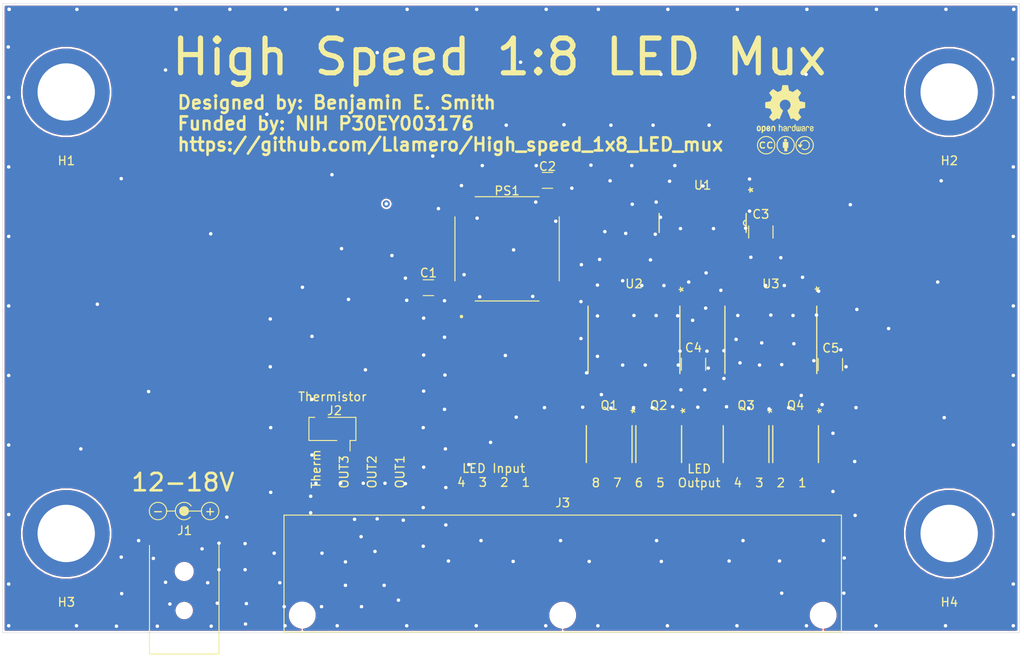
<source format=kicad_pcb>
(kicad_pcb (version 20171130) (host pcbnew "(5.1.6)-1")
  (layers (0 F.Cu mixed) (31 B.Cu mixed) (34 B.Paste user) (35 F.Paste user) (36 B.SilkS user) (37 F.SilkS user) (38 B.Mask user) (39 F.Mask user) (44 Edge.Cuts user))
  (net 0 "")
  (net 1 GND)
  (net 2 /LED-)
  (net 3 /LED+)
  (net 4 /Gate1)
  (net 5 /Gate2)
  (net 6 /Gate3)
  (net 7 /Gate4)
  (net 8 /OUT3)
  (net 9 /OUT2)
  (net 10 /Thermistor)
  (net 11 /+18V)
  (net 12 /+5V)
  (net 13 /LED4+)
  (net 14 /LED3+)
  (net 15 /LED2+)
  (net 16 /LED1+)
  (net 17 /OUT1)
  (net 18 /LED8+)
  (net 19 /LED7+)
  (net 20 /LED6+)
  (net 21 /LED5+)
  (net 22 /Gate5)
  (net 23 /Gate6)
  (net 24 /Gate7)
  (net 25 /Gate8)
  (net 26 /IN7)
  (net 27 /IN6)
  (net 28 /IN5)
  (net 29 /IN4)
  (net 30 /IN3)
  (net 31 /IN2)
  (net 32 /IN1)
  (net 33 "Net-(PS1-Pad2)")
  (net 34 /IN8)
  (module Connector_PinSocket_2.54mm:PinSocket_1x02_P2.54mm_Vertical_SMD_Pin1Right (layer F.Cu) (at 117.45 136.15 270)
    (fp_text reference J2 (at -2.1 -0.25 180) (layer F.SilkS))
    (fp_text value Conn_01x02_Female)
    (pad 1 smd rect (at 1.65 -1.27 270) (size 1.9 1) (layers F.Cu F.Paste F.Mask) (net 10 /Thermistor))
    (pad 2 smd rect (at -1.65 1.27 270) (size 1.9 1) (layers F.Cu F.Paste F.Mask) (net 1 GND))
  )
  (module "Custom Footprints:DC-jack_54-00165" (layer F.Cu) (at 100.4 162.05 90)
    (fp_text reference J1 (at 14.2 0.05 180) (layer F.SilkS))
    (fp_text value Barrel_Jack_Switch)
    (pad 2 smd rect (at 5 5.5 90) (size 2 2) (layers F.Cu F.Paste F.Mask) (net 1 GND))
    (pad 3 smd rect (at 11.2 5.5 90) (size 2 2) (layers F.Cu F.Paste F.Mask) (net 1 GND))
    (pad 1 smd rect (at 11.2 -5.5 90) (size 2 2) (layers F.Cu F.Paste F.Mask) (net 11 /+18V))
    (pad 1 smd rect (at 5 -5.5 90) (size 2 2) (layers F.Cu F.Paste F.Mask) (net 11 /+18V))
    (pad "" np_thru_hole circle (at 9.5 0 90) (size 1.8 1.8) (drill 1.8) (layers *.Cu *.Mask))
    (pad "" np_thru_hole circle (at 5 0 90) (size 1.6 1.6) (drill 1.6) (layers *.Cu *.Mask))
  )
  (module "Custom Footprints:Polarity_Center_Positive" (layer F.Cu) (at 100.38 139.6)
    (fp_text reference LOGO2 hide)
    (fp_text value "Jack Polarity" hide)
    (fp_text user + (at 3 6) (layer F.SilkS))
    (fp_text user - (at -3 6) (layer F.SilkS))
  )
  (module "Custom Footprints:0508_Capacitor" (layer F.Cu) (at 174.75 128.74 270)
    (fp_text reference C5 (at -1.89 -0.05 180) (layer F.SilkS))
    (fp_text value 2.2uF)
    (pad 1 smd rect (at -0.61 0 270) (size 0.9 2.17) (layers F.Cu F.Paste F.Mask) (net 1 GND))
    (pad 2 smd rect (at 0.61 0 270) (size 0.9 2.17) (layers F.Cu F.Paste F.Mask) (net 11 /+18V))
  )
  (module "Custom Footprints:0508_Capacitor" (layer F.Cu) (at 159 128.71 270)
    (fp_text reference C4 (at -1.9 0 180) (layer F.SilkS))
    (fp_text value 2.2uF)
    (pad 1 smd rect (at -0.61 0 270) (size 0.9 2.17) (layers F.Cu F.Paste F.Mask) (net 1 GND))
    (pad 2 smd rect (at 0.61 0 270) (size 0.9 2.17) (layers F.Cu F.Paste F.Mask) (net 11 /+18V))
  )
  (module "Custom Footprints:0508_Capacitor" (layer F.Cu) (at 166.75 113.49 270)
    (fp_text reference C3 (at -2.04 0 180) (layer F.SilkS))
    (fp_text value 2.2uF)
    (pad 1 smd rect (at -0.61 0 270) (size 0.9 2.17) (layers F.Cu F.Paste F.Mask) (net 1 GND))
    (pad 2 smd rect (at 0.61 0 270) (size 0.9 2.17) (layers F.Cu F.Paste F.Mask) (net 12 /+5V))
  )
  (module "Custom Footprints:IRF9358TRPBF-2x_p-channel" (layer F.Cu) (at 170.75 137.9 270)
    (fp_text reference Q4 (at -4.45 0 180) (layer F.SilkS))
    (fp_text value IRF9358TRPBF-2x_p-channel hide)
    (fp_text user * (at -3.85 -3.05 90) (layer F.SilkS))
    (pad 1 smd rect (at -2.4638 -1.905 270) (size 1.9812 0.5588) (layers F.Cu F.Paste F.Mask) (net 3 /LED+))
    (pad 2 smd rect (at -2.4638 -0.635 270) (size 1.9812 0.5588) (layers F.Cu F.Paste F.Mask) (net 4 /Gate1))
    (pad 3 smd rect (at -2.4638 0.635 270) (size 1.9812 0.5588) (layers F.Cu F.Paste F.Mask) (net 3 /LED+))
    (pad 4 smd rect (at -2.4638 1.905 270) (size 1.9812 0.5588) (layers F.Cu F.Paste F.Mask) (net 5 /Gate2))
    (pad 5 smd rect (at 2.4638 1.905 270) (size 1.9812 0.5588) (layers F.Cu F.Paste F.Mask) (net 15 /LED2+))
    (pad 6 smd rect (at 2.4638 0.635 270) (size 1.9812 0.5588) (layers F.Cu F.Paste F.Mask) (net 15 /LED2+))
    (pad 7 smd rect (at 2.4638 -0.635 270) (size 1.9812 0.5588) (layers F.Cu F.Paste F.Mask) (net 16 /LED1+))
    (pad 8 smd rect (at 2.4638 -1.905 270) (size 1.9812 0.5588) (layers F.Cu F.Paste F.Mask) (net 16 /LED1+))
  )
  (module "Custom Footprints:18V_to_5V_PXO7805-500-M-TR" (layer F.Cu) (at 137.55 115.43 90)
    (fp_text reference PS1 (at 6.68 0 180) (layer F.SilkS))
    (fp_text value PXO7805-500-M-TR)
    (pad 4 smd rect (at 5.25 -5.25 90) (size 2.5 2.5) (layers F.Cu F.Paste F.Mask) (net 1 GND))
    (pad 3 smd rect (at 5.25 5.25 90) (size 2.5 2.5) (layers F.Cu F.Paste F.Mask) (net 12 /+5V))
    (pad 2 smd rect (at -5.25 5.25 90) (size 2.5 2.5) (layers F.Cu F.Paste F.Mask) (net 33 "Net-(PS1-Pad2)"))
    (pad 1 smd rect (at -5.25 -5.25 90) (size 2.5 2.5) (layers F.Cu F.Paste F.Mask) (net 11 /+18V))
  )
  (module "Custom Footprints:TC4468EOE" (layer F.Cu) (at 152.15 125.9 270)
    (fp_text reference U2 (at -6.45 0 180) (layer F.SilkS))
    (fp_text value TC4468EOE)
    (fp_text user * (at -5.8 -5.75 90) (layer F.SilkS))
    (pad 16 smd rect (at 4.5212 -4.445 270) (size 1.9812 0.5588) (layers F.Cu F.Paste F.Mask) (net 11 /+18V))
    (pad 15 smd rect (at 4.5212 -3.175 270) (size 1.9812 0.5588) (layers F.Cu F.Paste F.Mask) (net 11 /+18V))
    (pad 14 smd rect (at 4.5212 -1.905 270) (size 1.9812 0.5588) (layers F.Cu F.Paste F.Mask) (net 22 /Gate5))
    (pad 13 smd rect (at 4.5212 -0.635 270) (size 1.9812 0.5588) (layers F.Cu F.Paste F.Mask) (net 23 /Gate6))
    (pad 12 smd rect (at 4.5212 0.635 270) (size 1.9812 0.5588) (layers F.Cu F.Paste F.Mask) (net 24 /Gate7))
    (pad 11 smd rect (at 4.5212 1.905 270) (size 1.9812 0.5588) (layers F.Cu F.Paste F.Mask) (net 25 /Gate8))
    (pad 10 smd rect (at 4.5212 3.175 270) (size 1.9812 0.5588) (layers F.Cu F.Paste F.Mask) (net 34 /IN8))
    (pad 9 smd rect (at 4.5212 4.445 270) (size 1.9812 0.5588) (layers F.Cu F.Paste F.Mask) (net 34 /IN8))
    (pad 8 smd rect (at -4.5212 4.445 270) (size 1.9812 0.5588) (layers F.Cu F.Paste F.Mask) (net 1 GND))
    (pad 7 smd rect (at -4.5212 3.175 270) (size 1.9812 0.5588) (layers F.Cu F.Paste F.Mask) (net 1 GND))
    (pad 6 smd rect (at -4.5212 1.905 270) (size 1.9812 0.5588) (layers F.Cu F.Paste F.Mask) (net 26 /IN7))
    (pad 5 smd rect (at -4.5212 0.635 270) (size 1.9812 0.5588) (layers F.Cu F.Paste F.Mask) (net 26 /IN7))
    (pad 4 smd rect (at -4.5212 -0.635 270) (size 1.9812 0.5588) (layers F.Cu F.Paste F.Mask) (net 27 /IN6))
    (pad 3 smd rect (at -4.5212 -1.905 270) (size 1.9812 0.5588) (layers F.Cu F.Paste F.Mask) (net 27 /IN6))
    (pad 2 smd rect (at -4.5212 -3.175 270) (size 1.9812 0.5588) (layers F.Cu F.Paste F.Mask) (net 28 /IN5))
    (pad 1 smd rect (at -4.5212 -4.445 270) (size 1.9812 0.5588) (layers F.Cu F.Paste F.Mask) (net 28 /IN5))
  )
  (module "Custom Footprints:TC4468EOE" (layer F.Cu) (at 167.9 125.9 270)
    (fp_text reference U3 (at -6.45 0 180) (layer F.SilkS))
    (fp_text value TC4468EOE)
    (fp_text user * (at -5.85 -5.65 90) (layer F.SilkS))
    (pad 1 smd rect (at -4.5212 -4.445 270) (size 1.9812 0.5588) (layers F.Cu F.Paste F.Mask) (net 32 /IN1))
    (pad 2 smd rect (at -4.5212 -3.175 270) (size 1.9812 0.5588) (layers F.Cu F.Paste F.Mask) (net 32 /IN1))
    (pad 3 smd rect (at -4.5212 -1.905 270) (size 1.9812 0.5588) (layers F.Cu F.Paste F.Mask) (net 31 /IN2))
    (pad 4 smd rect (at -4.5212 -0.635 270) (size 1.9812 0.5588) (layers F.Cu F.Paste F.Mask) (net 31 /IN2))
    (pad 5 smd rect (at -4.5212 0.635 270) (size 1.9812 0.5588) (layers F.Cu F.Paste F.Mask) (net 30 /IN3))
    (pad 6 smd rect (at -4.5212 1.905 270) (size 1.9812 0.5588) (layers F.Cu F.Paste F.Mask) (net 30 /IN3))
    (pad 7 smd rect (at -4.5212 3.175 270) (size 1.9812 0.5588) (layers F.Cu F.Paste F.Mask) (net 1 GND))
    (pad 8 smd rect (at -4.5212 4.445 270) (size 1.9812 0.5588) (layers F.Cu F.Paste F.Mask) (net 1 GND))
    (pad 9 smd rect (at 4.5212 4.445 270) (size 1.9812 0.5588) (layers F.Cu F.Paste F.Mask) (net 29 /IN4))
    (pad 10 smd rect (at 4.5212 3.175 270) (size 1.9812 0.5588) (layers F.Cu F.Paste F.Mask) (net 29 /IN4))
    (pad 11 smd rect (at 4.5212 1.905 270) (size 1.9812 0.5588) (layers F.Cu F.Paste F.Mask) (net 7 /Gate4))
    (pad 12 smd rect (at 4.5212 0.635 270) (size 1.9812 0.5588) (layers F.Cu F.Paste F.Mask) (net 6 /Gate3))
    (pad 13 smd rect (at 4.5212 -0.635 270) (size 1.9812 0.5588) (layers F.Cu F.Paste F.Mask) (net 5 /Gate2))
    (pad 14 smd rect (at 4.5212 -1.905 270) (size 1.9812 0.5588) (layers F.Cu F.Paste F.Mask) (net 4 /Gate1))
    (pad 15 smd rect (at 4.5212 -3.175 270) (size 1.9812 0.5588) (layers F.Cu F.Paste F.Mask) (net 11 /+18V))
    (pad 16 smd rect (at 4.5212 -4.445 270) (size 1.9812 0.5588) (layers F.Cu F.Paste F.Mask) (net 11 /+18V))
  )
  (module "Custom Footprints:SN74LV138ATD" (layer F.Cu) (at 160.05 112.45 270)
    (fp_text reference U1 (at -4.35 0 180) (layer F.SilkS))
    (fp_text value SN74LV138AT_D_16 hide)
    (fp_text user * (at -3.8 -5.85 90) (layer F.SilkS))
    (fp_text user * (at -3.8 -5.85 90) (layer F.SilkS))
    (pad 16 smd rect (at 2.3622 -4.445 270) (size 2.1844 0.5588) (layers F.Cu F.Paste F.Mask) (net 12 /+5V))
    (pad 15 smd rect (at 2.3622 -3.175 270) (size 2.1844 0.5588) (layers F.Cu F.Paste F.Mask) (net 32 /IN1))
    (pad 14 smd rect (at 2.3622 -1.905 270) (size 2.1844 0.5588) (layers F.Cu F.Paste F.Mask) (net 31 /IN2))
    (pad 13 smd rect (at 2.3622 -0.635 270) (size 2.1844 0.5588) (layers F.Cu F.Paste F.Mask) (net 30 /IN3))
    (pad 12 smd rect (at 2.3622 0.635 270) (size 2.1844 0.5588) (layers F.Cu F.Paste F.Mask) (net 29 /IN4))
    (pad 11 smd rect (at 2.3622 1.905 270) (size 2.1844 0.5588) (layers F.Cu F.Paste F.Mask) (net 28 /IN5))
    (pad 10 smd rect (at 2.3622 3.175 270) (size 2.1844 0.5588) (layers F.Cu F.Paste F.Mask) (net 27 /IN6))
    (pad 9 smd rect (at 2.3622 4.445 270) (size 2.1844 0.5588) (layers F.Cu F.Paste F.Mask) (net 26 /IN7))
    (pad 8 smd rect (at -2.3622 4.445 270) (size 2.1844 0.5588) (layers F.Cu F.Paste F.Mask) (net 1 GND))
    (pad 7 smd rect (at -2.3622 3.175 270) (size 2.1844 0.5588) (layers F.Cu F.Paste F.Mask) (net 34 /IN8))
    (pad 6 smd rect (at -2.3622 1.905 270) (size 2.1844 0.5588) (layers F.Cu F.Paste F.Mask) (net 12 /+5V))
    (pad 5 smd rect (at -2.3622 0.635 270) (size 2.1844 0.5588) (layers F.Cu F.Paste F.Mask) (net 1 GND))
    (pad 4 smd rect (at -2.3622 -0.635 270) (size 2.1844 0.5588) (layers F.Cu F.Paste F.Mask) (net 1 GND))
    (pad 3 smd rect (at -2.3622 -1.905 270) (size 2.1844 0.5588) (layers F.Cu F.Paste F.Mask) (net 8 /OUT3))
    (pad 2 smd rect (at -2.3622 -3.175 270) (size 2.1844 0.5588) (layers F.Cu F.Paste F.Mask) (net 9 /OUT2))
    (pad 1 smd rect (at -2.3622 -4.445 270) (size 2.1844 0.5588) (layers F.Cu F.Paste F.Mask) (net 17 /OUT1))
  )
  (module "Custom Footprints:IRF9358TRPBF-2x_p-channel" (layer F.Cu) (at 149.3 137.9 270)
    (fp_text reference Q1 (at -4.45 0 180) (layer F.SilkS))
    (fp_text value IRF9358TRPBF-2x_p-channel hide)
    (fp_text user * (at -3.85 -3.05 90) (layer F.SilkS))
    (pad 1 smd rect (at -2.4638 -1.905 270) (size 1.9812 0.5588) (layers F.Cu F.Paste F.Mask) (net 3 /LED+))
    (pad 2 smd rect (at -2.4638 -0.635 270) (size 1.9812 0.5588) (layers F.Cu F.Paste F.Mask) (net 24 /Gate7))
    (pad 3 smd rect (at -2.4638 0.635 270) (size 1.9812 0.5588) (layers F.Cu F.Paste F.Mask) (net 3 /LED+))
    (pad 4 smd rect (at -2.4638 1.905 270) (size 1.9812 0.5588) (layers F.Cu F.Paste F.Mask) (net 25 /Gate8))
    (pad 5 smd rect (at 2.4638 1.905 270) (size 1.9812 0.5588) (layers F.Cu F.Paste F.Mask) (net 18 /LED8+))
    (pad 6 smd rect (at 2.4638 0.635 270) (size 1.9812 0.5588) (layers F.Cu F.Paste F.Mask) (net 18 /LED8+))
    (pad 7 smd rect (at 2.4638 -0.635 270) (size 1.9812 0.5588) (layers F.Cu F.Paste F.Mask) (net 19 /LED7+))
    (pad 8 smd rect (at 2.4638 -1.905 270) (size 1.9812 0.5588) (layers F.Cu F.Paste F.Mask) (net 19 /LED7+))
  )
  (module "Custom Footprints:IRF9358TRPBF-2x_p-channel" (layer F.Cu) (at 155 137.9 270)
    (fp_text reference Q2 (at -4.45 0 180) (layer F.SilkS))
    (fp_text value IRF9358TRPBF-2x_p-channel hide)
    (fp_text user * (at -3.85 -3.1 90) (layer F.SilkS))
    (pad 1 smd rect (at -2.4638 -1.905 270) (size 1.9812 0.5588) (layers F.Cu F.Paste F.Mask) (net 3 /LED+))
    (pad 2 smd rect (at -2.4638 -0.635 270) (size 1.9812 0.5588) (layers F.Cu F.Paste F.Mask) (net 22 /Gate5))
    (pad 3 smd rect (at -2.4638 0.635 270) (size 1.9812 0.5588) (layers F.Cu F.Paste F.Mask) (net 3 /LED+))
    (pad 4 smd rect (at -2.4638 1.905 270) (size 1.9812 0.5588) (layers F.Cu F.Paste F.Mask) (net 23 /Gate6))
    (pad 5 smd rect (at 2.4638 1.905 270) (size 1.9812 0.5588) (layers F.Cu F.Paste F.Mask) (net 20 /LED6+))
    (pad 6 smd rect (at 2.4638 0.635 270) (size 1.9812 0.5588) (layers F.Cu F.Paste F.Mask) (net 20 /LED6+))
    (pad 7 smd rect (at 2.4638 -0.635 270) (size 1.9812 0.5588) (layers F.Cu F.Paste F.Mask) (net 21 /LED5+))
    (pad 8 smd rect (at 2.4638 -1.905 270) (size 1.9812 0.5588) (layers F.Cu F.Paste F.Mask) (net 21 /LED5+))
  )
  (module "Custom Footprints:IRF9358TRPBF-2x_p-channel" (layer F.Cu) (at 165.05 137.9 270)
    (fp_text reference Q3 (at -4.45 0 180) (layer F.SilkS))
    (fp_text value IRF9358TRPBF-2x_p-channel hide)
    (fp_text user * (at -3.85 -3.05 90) (layer F.SilkS))
    (pad 1 smd rect (at -2.4638 -1.905 270) (size 1.9812 0.5588) (layers F.Cu F.Paste F.Mask) (net 3 /LED+))
    (pad 2 smd rect (at -2.4638 -0.635 270) (size 1.9812 0.5588) (layers F.Cu F.Paste F.Mask) (net 6 /Gate3))
    (pad 3 smd rect (at -2.4638 0.635 270) (size 1.9812 0.5588) (layers F.Cu F.Paste F.Mask) (net 3 /LED+))
    (pad 4 smd rect (at -2.4638 1.905 270) (size 1.9812 0.5588) (layers F.Cu F.Paste F.Mask) (net 7 /Gate4))
    (pad 5 smd rect (at 2.4638 1.905 270) (size 1.9812 0.5588) (layers F.Cu F.Paste F.Mask) (net 13 /LED4+))
    (pad 6 smd rect (at 2.4638 0.635 270) (size 1.9812 0.5588) (layers F.Cu F.Paste F.Mask) (net 13 /LED4+))
    (pad 7 smd rect (at 2.4638 -0.635 270) (size 1.9812 0.5588) (layers F.Cu F.Paste F.Mask) (net 14 /LED3+))
    (pad 8 smd rect (at 2.4638 -1.905 270) (size 1.9812 0.5588) (layers F.Cu F.Paste F.Mask) (net 14 /LED3+))
  )
  (module Capacitor_SMD:C_1206_3216Metric (layer F.Cu) (at 142.2 107.55 180)
    (fp_text reference C2 (at 0 1.6) (layer F.SilkS))
    (fp_text value 22µF)
    (pad 1 smd roundrect (at -1.4 0 180) (size 1.25 1.75) (layers F.Cu F.Paste F.Mask) (roundrect_rratio 0.2) (net 12 /+5V))
    (pad 2 smd roundrect (at 1.4 0 180) (size 1.25 1.75) (layers F.Cu F.Paste F.Mask) (roundrect_rratio 0.2) (net 1 GND))
  )
  (module Capacitor_SMD:C_1206_3216Metric (layer F.Cu) (at 128.5 119.9 180)
    (fp_text reference C1 (at 0 1.7) (layer F.SilkS))
    (fp_text value 22µF)
    (pad 1 smd roundrect (at -1.4 0 180) (size 1.25 1.75) (layers F.Cu F.Paste F.Mask) (roundrect_rratio 0.2) (net 11 /+18V))
    (pad 2 smd roundrect (at 1.4 0 180) (size 1.25 1.75) (layers F.Cu F.Paste F.Mask) (roundrect_rratio 0.2) (net 1 GND))
  )
  (module "Custom Footprints:RJ45_x4-RJSSE-5380-04" (layer F.Cu) (at 143.95 143.27)
    (fp_text reference J3 (at 0 1.39) (layer F.SilkS))
    (fp_text value 8P8C_Shielded_x4)
    (pad "" np_thru_hole circle (at 29.97 14.31) (size 2.69 2.69) (drill 2.69) (layers *.Cu *.Mask))
    (pad "" np_thru_hole circle (at -29.97 14.31) (size 2.69 2.69) (drill 2.69) (layers *.Cu *.Mask))
    (pad "" np_thru_hole circle (at 0 14.31) (size 2.69 2.69) (drill 2.69) (layers *.Cu *.Mask))
    (pad SH smd rect (at -28.78 9.72) (size 6.22 3.18) (layers F.Cu F.Paste F.Mask) (net 1 GND))
    (pad SH smd rect (at 28.78 9.72) (size 6.22 3.18) (layers F.Cu F.Paste F.Mask) (net 1 GND))
    (pad 32 smd rect (at -28.0625 1.27) (size 0.56 2.54) (layers F.Cu F.Paste F.Mask) (net 1 GND))
    (pad 31 smd rect (at -26.7925 1.27) (size 0.56 2.54) (layers F.Cu F.Paste F.Mask) (net 10 /Thermistor))
    (pad 30 smd rect (at -25.5225 1.27) (size 0.56 2.54) (layers F.Cu F.Paste F.Mask) (net 1 GND))
    (pad 29 smd rect (at -24.2525 1.27) (size 0.56 2.54) (layers F.Cu F.Paste F.Mask) (net 8 /OUT3))
    (pad 28 smd rect (at -22.9825 1.27) (size 0.56 2.54) (layers F.Cu F.Paste F.Mask) (net 1 GND))
    (pad 27 smd rect (at -21.7125 1.27) (size 0.56 2.54) (layers F.Cu F.Paste F.Mask) (net 9 /OUT2))
    (pad 26 smd rect (at -20.4425 1.27) (size 0.56 2.54) (layers F.Cu F.Paste F.Mask) (net 1 GND))
    (pad 25 smd rect (at -19.1725 1.27) (size 0.56 2.54) (layers F.Cu F.Paste F.Mask) (net 17 /OUT1))
    (pad 24 smd rect (at -12.3175 1.27) (size 0.56 2.54) (layers F.Cu F.Paste F.Mask) (net 2 /LED-))
    (pad 23 smd rect (at -11.0475 1.27) (size 0.56 2.54) (layers F.Cu F.Paste F.Mask) (net 3 /LED+))
    (pad 22 smd rect (at -9.7775 1.27) (size 0.56 2.54) (layers F.Cu F.Paste F.Mask) (net 2 /LED-))
    (pad 21 smd rect (at -8.5075 1.27) (size 0.56 2.54) (layers F.Cu F.Paste F.Mask) (net 3 /LED+))
    (pad 20 smd rect (at -7.2375 1.27) (size 0.56 2.54) (layers F.Cu F.Paste F.Mask) (net 2 /LED-))
    (pad 19 smd rect (at -5.9675 1.27) (size 0.56 2.54) (layers F.Cu F.Paste F.Mask) (net 3 /LED+))
    (pad 18 smd rect (at -4.6975 1.27) (size 0.56 2.54) (layers F.Cu F.Paste F.Mask) (net 2 /LED-))
    (pad 17 smd rect (at -3.4275 1.27) (size 0.56 2.54) (layers F.Cu F.Paste F.Mask) (net 3 /LED+))
    (pad 16 smd rect (at 3.4275 1.27) (size 0.56 2.54) (layers F.Cu F.Paste F.Mask) (net 2 /LED-))
    (pad 15 smd rect (at 4.6975 1.27) (size 0.56 2.54) (layers F.Cu F.Paste F.Mask) (net 18 /LED8+))
    (pad 14 smd rect (at 5.9675 1.27) (size 0.56 2.54) (layers F.Cu F.Paste F.Mask) (net 2 /LED-))
    (pad 13 smd rect (at 7.2375 1.27) (size 0.56 2.54) (layers F.Cu F.Paste F.Mask) (net 19 /LED7+))
    (pad 12 smd rect (at 8.5075 1.27) (size 0.56 2.54) (layers F.Cu F.Paste F.Mask) (net 2 /LED-))
    (pad 11 smd rect (at 9.7775 1.27) (size 0.56 2.54) (layers F.Cu F.Paste F.Mask) (net 20 /LED6+))
    (pad 10 smd rect (at 11.0475 1.27) (size 0.56 2.54) (layers F.Cu F.Paste F.Mask) (net 2 /LED-))
    (pad 9 smd rect (at 12.3175 1.27) (size 0.56 2.54) (layers F.Cu F.Paste F.Mask) (net 21 /LED5+))
    (pad 8 smd rect (at 19.1725 1.27) (size 0.56 2.54) (layers F.Cu F.Paste F.Mask) (net 2 /LED-))
    (pad 7 smd rect (at 20.4425 1.27) (size 0.56 2.54) (layers F.Cu F.Paste F.Mask) (net 13 /LED4+))
    (pad 6 smd rect (at 21.7125 1.27) (size 0.56 2.54) (layers F.Cu F.Paste F.Mask) (net 2 /LED-))
    (pad 5 smd rect (at 22.9825 1.27) (size 0.56 2.54) (layers F.Cu F.Paste F.Mask) (net 14 /LED3+))
    (pad 4 smd rect (at 24.2525 1.27) (size 0.56 2.54) (layers F.Cu F.Paste F.Mask) (net 2 /LED-))
    (pad 3 smd rect (at 25.5225 1.27) (size 0.56 2.54) (layers F.Cu F.Paste F.Mask) (net 15 /LED2+))
    (pad 2 smd rect (at 26.7925 1.27) (size 0.56 2.54) (layers F.Cu F.Paste F.Mask) (net 2 /LED-))
    (pad 1 smd rect (at 28.0625 1.27) (size 0.56 2.54) (layers F.Cu F.Paste F.Mask) (net 16 /LED1+))
  )
  (module "Custom Footprints:Creative_commons_license" (layer F.Cu) (at 168.36 102.37)
    (fp_text reference LOGO1 hide)
    (fp_text value "CC license")
    (fp_text user cc (at -1 1) (layer F.SilkS))
  )
  (module Symbol:OSHW-Logo2_7.3x6mm_SilkScreen (layer F.Cu) (at 169.55 99.35)
    (fp_text reference LOGO3 hide)
    (fp_text value "OSHW Logo" hide)
  )
  (module "Custom Footprints:14-20_standoff" (layer F.Cu) (at 188.42 148.18 180)
    (fp_text reference H4 (at -0.02 -7.91) (layer F.SilkS))
    (fp_text value MountingHole hide)
    (pad 1 thru_hole circle (at 0 0 180) (size 10 10) (drill 6.6) (layers *.Cu *.Mask))
  )
  (module "Custom Footprints:14-20_standoff" (layer F.Cu) (at 86.82 148.18 180)
    (fp_text reference H3 (at -0.02 -7.91) (layer F.SilkS))
    (fp_text value MountingHole hide)
    (pad 1 thru_hole circle (at 0 0 180) (size 10 10) (drill 6.6) (layers *.Cu *.Mask))
  )
  (module "Custom Footprints:14-20_standoff" (layer F.Cu) (at 188.42 97.38 180)
    (fp_text reference H2 (at -0.02 -7.91) (layer F.SilkS))
    (fp_text value MountingHole hide)
    (pad 1 thru_hole circle (at 0 0 180) (size 10 10) (drill 6.6) (layers *.Cu *.Mask))
  )
  (module "Custom Footprints:14-20_standoff" (layer F.Cu) (at 86.82 97.38 180)
    (fp_text reference H1 (at -0.02 -7.91) (layer F.SilkS))
    (fp_text value MountingHole hide)
    (pad 1 thru_hole circle (at 0 0 180) (size 10 10) (drill 6.6) (layers *.Cu *.Mask))
  )
  (gr_text 12-18V (at 100.25 142.3) (layer F.SilkS) (effects (font (size 2 2) (thickness 0.3))))
  (gr_text Thermistor (at 117.45 132.45) (layer F.SilkS) (effects (font (size 1 1))))
  (gr_text "LED\n8  7  6  5  Output  4  3  2  1" (at 159.65 141.55) (layer F.SilkS) (effects (font (size 1 1))))
  (gr_text "Therm\n\nOUT3\n\nOUT2\n\nOUT1" (at 120.4 143.1 90) (layer F.SilkS) (effects (font (size 1 1)) (justify left)))
  (gr_text "LED Input\n4  3  2  1" (at 136 141.5) (layer F.SilkS) (effects (font (size 1 1))))
  (gr_text "Designed by: Benjamin E. Smith\nFunded by: NIH P30EY003176\nhttps://github.com/Llamero/High_speed_1x8_LED_mux" (at 99.46 101.01) (layer F.SilkS) (effects (font (size 1.5 1.5) (thickness 0.3)) (justify left)))
  (gr_text "High Speed 1:8 LED Mux" (at 136.65 93.35) (layer F.SilkS) (effects (font (size 4 4) (thickness 0.6))))
  (gr_line (start 196.5 87.22) (end 79.5 87.22) (layer Edge.Cuts) (width 0.05))
  (gr_line (start 196.5 159.6) (end 196.5 87.22) (layer Edge.Cuts) (width 0.05))
  (gr_line (start 79.5 159.6) (end 196.5 159.6) (layer Edge.Cuts) (width 0.05))
  (gr_line (start 79.5 87.22) (end 79.5 159.6) (layer Edge.Cuts) (width 0.05))
  (via (at 176.35 151) (size 0.8) (drill 0.4) (layers F.Cu B.Cu) (net 1))
  (via (at 164.05 87.87) (size 0.8) (drill 0.4) (layers F.Cu B.Cu) (net 1))
  (via (at 156.05 87.87) (size 0.8) (drill 0.4) (layers F.Cu B.Cu) (net 1))
  (via (at 172.05 87.87) (size 0.8) (drill 0.4) (layers F.Cu B.Cu) (net 1))
  (via (at 80.25 87.87) (size 0.8) (drill 0.4) (layers F.Cu B.Cu) (net 1))
  (via (at 148.05 87.87) (size 0.8) (drill 0.4) (layers F.Cu B.Cu) (net 1))
  (via (at 188.05 87.87) (size 0.8) (drill 0.4) (layers F.Cu B.Cu) (net 1))
  (via (at 180.05 87.87) (size 0.8) (drill 0.4) (layers F.Cu B.Cu) (net 1))
  (via (at 142.05 87.87) (size 0.8) (drill 0.4) (layers F.Cu B.Cu) (net 1))
  (via (at 126.05 87.87) (size 0.8) (drill 0.4) (layers F.Cu B.Cu) (net 1))
  (via (at 134.05 87.87) (size 0.8) (drill 0.4) (layers F.Cu B.Cu) (net 1))
  (via (at 118.05 87.87) (size 0.8) (drill 0.4) (layers F.Cu B.Cu) (net 1))
  (via (at 195.85 87.87) (size 0.8) (drill 0.4) (layers F.Cu B.Cu) (net 1))
  (via (at 99.45 87.87) (size 0.8) (drill 0.4) (layers F.Cu B.Cu) (net 1))
  (via (at 105.65 87.87) (size 0.8) (drill 0.4) (layers F.Cu B.Cu) (net 1))
  (via (at 88.05 87.87) (size 0.8) (drill 0.4) (layers F.Cu B.Cu) (net 1))
  (via (at 112.05 87.87) (size 0.8) (drill 0.4) (layers F.Cu B.Cu) (net 1))
  (via (at 195.75 93.6) (size 0.8) (drill 0.4) (layers F.Cu B.Cu) (net 1))
  (via (at 195.85 87.87) (size 0.8) (drill 0.4) (layers F.Cu B.Cu) (net 1))
  (via (at 195.8 98) (size 0.8) (drill 0.4) (layers F.Cu B.Cu) (net 1))
  (via (at 195.8 106) (size 0.8) (drill 0.4) (layers F.Cu B.Cu) (net 1))
  (via (at 195.8 154) (size 0.8) (drill 0.4) (layers F.Cu B.Cu) (net 1))
  (via (at 195.8 146) (size 0.8) (drill 0.4) (layers F.Cu B.Cu) (net 1))
  (via (at 195.8 158.8) (size 0.8) (drill 0.4) (layers F.Cu B.Cu) (net 1))
  (via (at 195.8 122) (size 0.8) (drill 0.4) (layers F.Cu B.Cu) (net 1))
  (via (at 195.8 130) (size 0.8) (drill 0.4) (layers F.Cu B.Cu) (net 1))
  (via (at 195.8 114) (size 0.8) (drill 0.4) (layers F.Cu B.Cu) (net 1))
  (via (at 195.8 138) (size 0.8) (drill 0.4) (layers F.Cu B.Cu) (net 1))
  (via (at 80.25 87.87) (size 0.8) (drill 0.4) (layers F.Cu B.Cu) (net 1))
  (via (at 80.15 92.2) (size 0.8) (drill 0.4) (layers F.Cu B.Cu) (net 1))
  (via (at 80.2 98) (size 0.8) (drill 0.4) (layers F.Cu B.Cu) (net 1))
  (via (at 80.2 106) (size 0.8) (drill 0.4) (layers F.Cu B.Cu) (net 1))
  (via (at 80.2 114) (size 0.8) (drill 0.4) (layers F.Cu B.Cu) (net 1))
  (via (at 80.2 122) (size 0.8) (drill 0.4) (layers F.Cu B.Cu) (net 1))
  (via (at 80.2 130) (size 0.8) (drill 0.4) (layers F.Cu B.Cu) (net 1))
  (via (at 80.2 138) (size 0.8) (drill 0.4) (layers F.Cu B.Cu) (net 1))
  (via (at 80.2 146) (size 0.8) (drill 0.4) (layers F.Cu B.Cu) (net 1))
  (via (at 80.2 154) (size 0.8) (drill 0.4) (layers F.Cu B.Cu) (net 1))
  (via (at 80.2 158.8) (size 0.8) (drill 0.4) (layers F.Cu B.Cu) (net 1))
  (via (at 188 158.8) (size 0.8) (drill 0.4) (layers F.Cu B.Cu) (net 1))
  (via (at 180 158.8) (size 0.8) (drill 0.4) (layers F.Cu B.Cu) (net 1))
  (via (at 172 158.8) (size 0.8) (drill 0.4) (layers F.Cu B.Cu) (net 1))
  (via (at 164 158.8) (size 0.8) (drill 0.4) (layers F.Cu B.Cu) (net 1))
  (via (at 156 158.8) (size 0.8) (drill 0.4) (layers F.Cu B.Cu) (net 1))
  (via (at 148 158.8) (size 0.8) (drill 0.4) (layers F.Cu B.Cu) (net 1))
  (via (at 142 158.8) (size 0.8) (drill 0.4) (layers F.Cu B.Cu) (net 1))
  (via (at 134 158.8) (size 0.8) (drill 0.4) (layers F.Cu B.Cu) (net 1))
  (via (at 126 158.8) (size 0.8) (drill 0.4) (layers F.Cu B.Cu) (net 1))
  (via (at 118 158.8) (size 0.8) (drill 0.4) (layers F.Cu B.Cu) (net 1))
  (via (at 112 158.8) (size 0.8) (drill 0.4) (layers F.Cu B.Cu) (net 1))
  (via (at 88 158.8) (size 0.8) (drill 0.4) (layers F.Cu B.Cu) (net 1))
  (via (at 97.3 158.85) (size 0.8) (drill 0.4) (layers F.Cu B.Cu) (net 1))
  (via (at 103.5 158.85) (size 0.8) (drill 0.4) (layers F.Cu B.Cu) (net 1))
  (via (at 125.6 146.65) (size 0.8) (drill 0.4) (layers F.Cu B.Cu) (net 1))
  (via (at 118.4 142.4) (size 0.8) (drill 0.4) (layers F.Cu B.Cu) (net 1))
  (via (at 121 142.4) (size 0.8) (drill 0.4) (layers F.Cu B.Cu) (net 1))
  (via (at 123.5 142.4) (size 0.8) (drill 0.4) (layers F.Cu B.Cu) (net 1))
  (segment (start 123.5075 144.54) (end 123.5075 146.06) (width 0.25) (layer F.Cu) (net 1))
  (segment (start 118.4275 144.54) (end 118.4275 145.405002) (width 0.25) (layer F.Cu) (net 1))
  (segment (start 123.5075 144.54) (end 123.5075 143.674998) (width 0.25) (layer F.Cu) (net 1))
  (segment (start 125.317501 142.944999) (end 125.382501 143.009999) (width 0.25) (layer F.Cu) (net 1))
  (segment (start 124.237499 142.944999) (end 125.317501 142.944999) (width 0.25) (layer F.Cu) (net 1))
  (segment (start 125.382501 143.009999) (end 125.382501 146.070001) (width 0.25) (layer F.Cu) (net 1))
  (via (at 130.5 142.9) (size 0.8) (drill 0.4) (layers F.Cu B.Cu) (net 1))
  (via (at 130.8 151.35) (size 0.8) (drill 0.4) (layers F.Cu B.Cu) (net 1))
  (via (at 138.25 151.4) (size 0.8) (drill 0.4) (layers F.Cu B.Cu) (net 1))
  (via (at 147 151.4) (size 0.8) (drill 0.4) (layers F.Cu B.Cu) (net 1))
  (via (at 155.3 151.4) (size 0.8) (drill 0.4) (layers F.Cu B.Cu) (net 1))
  (via (at 163.1 151.35) (size 0.8) (drill 0.4) (layers F.Cu B.Cu) (net 1))
  (via (at 168.9 151.35) (size 0.8) (drill 0.4) (layers F.Cu B.Cu) (net 1))
  (via (at 98.25 94.85) (size 0.8) (drill 0.4) (layers F.Cu B.Cu) (net 1))
  (via (at 109.9 99.95) (size 0.8) (drill 0.4) (layers F.Cu B.Cu) (net 1))
  (via (at 122.6 92.85) (size 0.8) (drill 0.4) (layers F.Cu B.Cu) (net 1))
  (via (at 139.1 93.95) (size 0.8) (drill 0.4) (layers F.Cu B.Cu) (net 1))
  (via (at 155.25 95.35) (size 0.8) (drill 0.4) (layers F.Cu B.Cu) (net 1))
  (via (at 171.95 95.35) (size 0.8) (drill 0.4) (layers F.Cu B.Cu) (net 1))
  (via (at 177.05 110.35) (size 0.8) (drill 0.4) (layers F.Cu B.Cu) (net 1))
  (via (at 187.5 107.6) (size 0.8) (drill 0.4) (layers F.Cu B.Cu) (net 1))
  (via (at 177.8 122.4) (size 0.8) (drill 0.4) (layers F.Cu B.Cu) (net 1))
  (via (at 187.1 119.25) (size 0.8) (drill 0.4) (layers F.Cu B.Cu) (net 1))
  (via (at 187.85 134.85) (size 0.8) (drill 0.4) (layers F.Cu B.Cu) (net 1))
  (via (at 122.6 146.5) (size 0.8) (drill 0.4) (layers F.Cu B.Cu) (net 1))
  (via (at 120 146.55) (size 0.8) (drill 0.4) (layers F.Cu B.Cu) (net 1))
  (via (at 92.6 158.85) (size 0.8) (drill 0.4) (layers F.Cu B.Cu) (net 1))
  (segment (start 118.4275 144.54) (end 118.99 144.54) (width 0.2) (layer F.Cu) (net 1))
  (segment (start 118.4275 146.0725) (end 118.364999 146.135001) (width 0.25) (layer F.Cu) (net 1))
  (segment (start 118.4275 144.54) (end 118.4275 146.0725) (width 0.25) (layer F.Cu) (net 1))
  (segment (start 115.8875 146.032502) (end 115.785001 146.135001) (width 0.25) (layer F.Cu) (net 1))
  (segment (start 115.8875 144.54) (end 115.8875 146.032502) (width 0.25) (layer F.Cu) (net 1))
  (segment (start 118.364999 146.135001) (end 115.785001 146.135001) (width 0.25) (layer F.Cu) (net 1))
  (via (at 114.95 145.8) (size 0.8) (drill 0.4) (layers F.Cu B.Cu) (net 1))
  (segment (start 115.785001 146.135001) (end 115.2 146.135001) (width 0.25) (layer F.Cu) (net 1))
  (segment (start 115.2 146.05) (end 114.95 145.8) (width 0.25) (layer F.Cu) (net 1))
  (segment (start 115.2 146.135001) (end 115.2 146.05) (width 0.25) (layer F.Cu) (net 1))
  (via (at 165.35 133.75) (size 0.8) (drill 0.4) (layers F.Cu B.Cu) (net 1))
  (via (at 167.7 133.85) (size 0.8) (drill 0.4) (layers F.Cu B.Cu) (net 1))
  (via (at 169.95 133.7) (size 0.8) (drill 0.4) (layers F.Cu B.Cu) (net 1))
  (via (at 149.5 133.75) (size 0.8) (drill 0.4) (layers F.Cu B.Cu) (net 1))
  (via (at 152.1 133.7) (size 0.8) (drill 0.4) (layers F.Cu B.Cu) (net 1))
  (via (at 154.25 133.7) (size 0.8) (drill 0.4) (layers F.Cu B.Cu) (net 1))
  (segment (start 164.62499 116.77499) (end 165.6 116.4) (width 0.25) (layer F.Cu) (net 1))
  (segment (start 163.890599 116.040599) (end 164.62499 116.77499) (width 0.25) (layer F.Cu) (net 1))
  (segment (start 168.988176 116.77499) (end 171.55 118.7) (width 0.25) (layer F.Cu) (net 1))
  (segment (start 163.961824 117.92501) (end 168.511824 117.92501) (width 0.25) (layer F.Cu) (net 1))
  (segment (start 162.620599 116.583785) (end 163.961824 117.92501) (width 0.25) (layer F.Cu) (net 1))
  (segment (start 168.511824 117.92501) (end 169.968407 119.381593) (width 0.25) (layer F.Cu) (net 1))
  (segment (start 170.4 120.118798) (end 170.409401 120.128199) (width 0.25) (layer F.Cu) (net 1))
  (segment (start 169.968407 119.381593) (end 170.4 119.813186) (width 0.25) (layer F.Cu) (net 1))
  (segment (start 170.4 119.813186) (end 170.4 120.118798) (width 0.25) (layer F.Cu) (net 1))
  (segment (start 170.409401 120.128199) (end 170.45 123.1) (width 0.25) (layer F.Cu) (net 1))
  (segment (start 163.485472 119.07503) (end 167.661844 119.07503) (width 0.25) (layer F.Cu) (net 1))
  (segment (start 161.350599 116.940157) (end 163.485472 119.07503) (width 0.25) (layer F.Cu) (net 1))
  (segment (start 161.350599 113.521197) (end 161.350599 116.940157) (width 0.25) (layer F.Cu) (net 1))
  (segment (start 167.661844 119.07503) (end 167.9 119.313186) (width 0.25) (layer F.Cu) (net 1))
  (segment (start 167.9 119.313186) (end 167.9 123.05) (width 0.25) (layer F.Cu) (net 1))
  (via (at 169.15 128.75) (size 0.8) (drill 0.4) (layers F.Cu B.Cu) (net 1))
  (via (at 166.6 128.8) (size 0.8) (drill 0.4) (layers F.Cu B.Cu) (net 1))
  (via (at 153.45 128.8) (size 0.8) (drill 0.4) (layers F.Cu B.Cu) (net 1))
  (via (at 150.85 128.8) (size 0.8) (drill 0.4) (layers F.Cu B.Cu) (net 1))
  (segment (start 163.455 120.67093) (end 163.455 121.3788) (width 0.25) (layer F.Cu) (net 1))
  (segment (start 160.080599 117.296529) (end 160.45 118.2) (width 0.25) (layer F.Cu) (net 1))
  (segment (start 160.080599 113.521197) (end 160.080599 117.296529) (width 0.25) (layer F.Cu) (net 1))
  (segment (start 163.455 121.3788) (end 164.725 121.3788) (width 0.5) (layer F.Cu) (net 1))
  (segment (start 158.749401 118.413785) (end 158.45 119.25) (width 0.25) (layer F.Cu) (net 1))
  (segment (start 158.749401 113.459999) (end 158.749401 118.413785) (width 0.25) (layer F.Cu) (net 1))
  (segment (start 157.306593 119.856593) (end 157.199401 119.963785) (width 0.25) (layer F.Cu) (net 1))
  (segment (start 154.785599 120.063199) (end 154.7 120.148798) (width 0.25) (layer F.Cu) (net 1))
  (segment (start 154.7 120.148798) (end 154.7 123.1) (width 0.25) (layer F.Cu) (net 1))
  (segment (start 154.083635 118.913179) (end 153.450599 119.546215) (width 0.25) (layer F.Cu) (net 1))
  (segment (start 154.083635 118.913179) (end 154.086821 118.913179) (width 0.25) (layer F.Cu) (net 1))
  (segment (start 156.209401 116.803785) (end 156.209401 112.840599) (width 0.25) (layer F.Cu) (net 1))
  (segment (start 154.788176 118.22501) (end 156.209401 116.803785) (width 0.25) (layer F.Cu) (net 1))
  (segment (start 154.086821 118.913179) (end 154.05 118.55) (width 0.25) (layer F.Cu) (net 1))
  (segment (start 154.77499 118.22501) (end 154.788176 118.22501) (width 0.25) (layer F.Cu) (net 1))
  (segment (start 154.785599 120.063199) (end 154.786801 120.063199) (width 0.25) (layer F.Cu) (net 1))
  (segment (start 154.786801 120.063199) (end 155.6 119.65) (width 0.25) (layer F.Cu) (net 1))
  (segment (start 157.540599 117.309401) (end 157.540599 113.490599) (width 0.25) (layer F.Cu) (net 1))
  (segment (start 153.450599 119.546215) (end 153.450599 119.549401) (width 0.25) (layer F.Cu) (net 1))
  (segment (start 152.336801 120.063199) (end 152.15 120.25) (width 0.25) (layer F.Cu) (net 1))
  (segment (start 153.450599 119.549401) (end 153.05 119.65) (width 0.25) (layer F.Cu) (net 1))
  (segment (start 152.936801 120.063199) (end 152.336801 120.063199) (width 0.25) (layer F.Cu) (net 1))
  (segment (start 152.15 120.25) (end 152.15 123.1) (width 0.25) (layer F.Cu) (net 1))
  (segment (start 148.975 121.3788) (end 147.705 121.3788) (width 0.5) (layer F.Cu) (net 1))
  (via (at 169.45 119.65) (size 0.8) (drill 0.4) (layers F.Cu B.Cu) (net 1))
  (via (at 167.3 119.65) (size 0.8) (drill 0.4) (layers F.Cu B.Cu) (net 1))
  (via (at 162.15 120.2) (size 0.8) (drill 0.4) (layers F.Cu B.Cu) (net 1))
  (via (at 160.4 122.25) (size 0.8) (drill 0.4) (layers F.Cu B.Cu) (net 1))
  (via (at 163.9 125.85) (size 0.8) (drill 0.4) (layers F.Cu B.Cu) (net 1))
  (via (at 164.35 128.55) (size 0.8) (drill 0.4) (layers F.Cu B.Cu) (net 1))
  (via (at 162.5 130.35) (size 0.8) (drill 0.4) (layers F.Cu B.Cu) (net 1))
  (via (at 162.5 127.15) (size 0.8) (drill 0.4) (layers F.Cu B.Cu) (net 1))
  (via (at 158.9 123.65) (size 0.8) (drill 0.4) (layers F.Cu B.Cu) (net 1))
  (segment (start 158.45 119.25) (end 157.306593 119.856593) (width 0.25) (layer F.Cu) (net 1))
  (via (at 158.45 119.25) (size 0.8) (drill 0.4) (layers F.Cu B.Cu) (net 1))
  (segment (start 160.45 118.2) (end 163.455 120.67093) (width 0.25) (layer F.Cu) (net 1))
  (via (at 160.45 118.2) (size 0.8) (drill 0.4) (layers F.Cu B.Cu) (net 1))
  (segment (start 155.6 119.65) (end 157.15 117.95) (width 0.25) (layer F.Cu) (net 1))
  (via (at 155.6 119.65) (size 0.8) (drill 0.4) (layers F.Cu B.Cu) (net 1))
  (segment (start 157.15 117.95) (end 157.540599 117.309401) (width 0.25) (layer F.Cu) (net 1))
  (segment (start 153.05 119.65) (end 152.936801 120.063199) (width 0.25) (layer F.Cu) (net 1))
  (via (at 153.05 119.65) (size 0.8) (drill 0.4) (layers F.Cu B.Cu) (net 1))
  (segment (start 154.05 118.55) (end 154.77499 118.22501) (width 0.25) (layer F.Cu) (net 1))
  (segment (start 159.415 107.395) (end 159.17 107.15) (width 0.5) (layer F.Cu) (net 1))
  (segment (start 159.415 110.0878) (end 159.415 107.395) (width 0.5) (layer F.Cu) (net 1))
  (segment (start 159.415 110.0878) (end 160.685 110.0878) (width 0.5) (layer F.Cu) (net 1))
  (segment (start 159.415 110.999402) (end 159.415 110.0878) (width 0.5) (layer F.Cu) (net 1))
  (segment (start 155.605 110.0878) (end 155.605 110.999402) (width 0.5) (layer F.Cu) (net 1))
  (segment (start 158.760001 105.614999) (end 156.85 105.85) (width 0.5) (layer F.Cu) (net 1))
  (segment (start 159.17 107.15) (end 159.17 106.024998) (width 0.5) (layer F.Cu) (net 1))
  (segment (start 159.17 106.024998) (end 158.760001 105.614999) (width 0.5) (layer F.Cu) (net 1))
  (segment (start 139.4 106.15) (end 139.4 107.45) (width 0.5) (layer F.Cu) (net 1))
  (segment (start 139.935001 105.614999) (end 139.4 106.15) (width 0.5) (layer F.Cu) (net 1))
  (segment (start 147.2 105.8) (end 140.9 105.85) (width 0.5) (layer F.Cu) (net 1))
  (via (at 147.2 105.8) (size 0.8) (drill 0.4) (layers F.Cu B.Cu) (net 1))
  (segment (start 151.7 105.85) (end 147.2 105.8) (width 0.5) (layer F.Cu) (net 1))
  (via (at 151.9 105.85) (size 0.8) (drill 0.4) (layers F.Cu B.Cu) (net 1))
  (segment (start 156.85 105.85) (end 151.7 105.85) (width 0.5) (layer F.Cu) (net 1))
  (via (at 156.85 105.85) (size 0.8) (drill 0.4) (layers F.Cu B.Cu) (net 1))
  (segment (start 140.9 105.85) (end 139.935001 105.614999) (width 0.5) (layer F.Cu) (net 1))
  (via (at 140.9 105.85) (size 0.8) (drill 0.4) (layers F.Cu B.Cu) (net 1))
  (via (at 134.7 105.85) (size 0.8) (drill 0.4) (layers F.Cu B.Cu) (net 1))
  (via (at 132.3 108.15) (size 0.8) (drill 0.4) (layers F.Cu B.Cu) (net 1))
  (via (at 129.65 110.8) (size 0.8) (drill 0.4) (layers F.Cu B.Cu) (net 1))
  (via (at 124.3 116.2) (size 0.8) (drill 0.4) (layers F.Cu B.Cu) (net 1))
  (via (at 119.3 121.25) (size 0.8) (drill 0.4) (layers F.Cu B.Cu) (net 1))
  (segment (start 123.5075 145.630002) (end 120.75 148.55) (width 0.5) (layer F.Cu) (net 1))
  (segment (start 123.5075 144.54) (end 123.5075 145.630002) (width 0.5) (layer F.Cu) (net 1))
  (segment (start 162.52499 107.346802) (end 162.620599 107.442411) (width 0.25) (layer F.Cu) (net 1))
  (segment (start 162.52499 107.170026) (end 162.52499 107.346802) (width 0.25) (layer F.Cu) (net 1))
  (segment (start 162.620599 113.520599) (end 162.620599 116.583785) (width 0.25) (layer F.Cu) (net 1))
  (segment (start 163.79499 106.64499) (end 163.890599 106.740599) (width 0.25) (layer F.Cu) (net 1))
  (segment (start 163.79499 106.4601) (end 163.79499 106.64499) (width 0.25) (layer F.Cu) (net 1))
  (segment (start 163.890599 113.521197) (end 163.890599 113.659401) (width 0.25) (layer F.Cu) (net 1))
  (segment (start 163.890599 113.659401) (end 163.890599 116.040599) (width 0.25) (layer F.Cu) (net 1))
  (via (at 122.35 150.25) (size 0.8) (drill 0.4) (layers F.Cu B.Cu) (net 1))
  (via (at 116.25 150.45) (size 0.8) (drill 0.4) (layers F.Cu B.Cu) (net 1))
  (via (at 110.75 150.45) (size 0.8) (drill 0.4) (layers F.Cu B.Cu) (net 1))
  (via (at 114 119.85) (size 0.8) (drill 0.4) (layers F.Cu B.Cu) (net 1))
  (via (at 118.5 115.4) (size 0.8) (drill 0.4) (layers F.Cu B.Cu) (net 1))
  (via (at 123.65 110.25) (size 0.8) (drill 0.4) (layers F.Cu B.Cu) (net 0))
  (via (at 129 104.75) (size 0.8) (drill 0.4) (layers F.Cu B.Cu) (net 1))
  (via (at 137.45 101.2) (size 0.8) (drill 0.4) (layers F.Cu B.Cu) (net 1))
  (via (at 144.1 101.15) (size 0.8) (drill 0.4) (layers F.Cu B.Cu) (net 1))
  (via (at 149.5 101.2) (size 0.8) (drill 0.4) (layers F.Cu B.Cu) (net 1))
  (via (at 154.35 101.2) (size 0.8) (drill 0.4) (layers F.Cu B.Cu) (net 1))
  (via (at 160.8 101.2) (size 0.8) (drill 0.4) (layers F.Cu B.Cu) (net 1))
  (via (at 165.45 107.4) (size 0.8) (drill 0.4) (layers F.Cu B.Cu) (net 1))
  (segment (start 155.605 110.0878) (end 155.605 111.895) (width 0.5) (layer F.Cu) (net 1))
  (segment (start 164.380037 112.88) (end 164.67 112.88) (width 0.5) (layer F.Cu) (net 1))
  (segment (start 163.990038 113.269999) (end 164.380037 112.88) (width 0.5) (layer F.Cu) (net 1))
  (segment (start 155.605 113.264999) (end 155.61 113.269999) (width 0.5) (layer F.Cu) (net 1))
  (segment (start 155.61 113.269999) (end 157.4 112.8) (width 0.5) (layer F.Cu) (net 1))
  (segment (start 154.7 128.8) (end 154.7 129.15) (width 0.25) (layer F.Cu) (net 1))
  (segment (start 154.7 131.651202) (end 156.598798 133.55) (width 0.25) (layer F.Cu) (net 1))
  (segment (start 154.7 129.15) (end 154.7 131.651202) (width 0.25) (layer F.Cu) (net 1))
  (segment (start 156.598798 133.55) (end 156.6 133.6) (width 0.25) (layer F.Cu) (net 1))
  (via (at 160.3 131.65) (size 0.8) (drill 0.4) (layers F.Cu B.Cu) (net 1))
  (segment (start 156.6 133.6) (end 159.5 133.65) (width 0.25) (layer F.Cu) (net 1))
  (via (at 156.6 133.6) (size 0.8) (drill 0.4) (layers F.Cu B.Cu) (net 1))
  (via (at 157.55 131.65) (size 0.8) (drill 0.4) (layers F.Cu B.Cu) (net 1))
  (via (at 159.5 133.65) (size 0.8) (drill 0.4) (layers F.Cu B.Cu) (net 1))
  (via (at 177.6 146.1) (size 0.8) (drill 0.4) (layers F.Cu B.Cu) (net 1))
  (via (at 177.55 139.9) (size 0.8) (drill 0.4) (layers F.Cu B.Cu) (net 1))
  (via (at 177.7 133.7) (size 0.8) (drill 0.4) (layers F.Cu B.Cu) (net 1))
  (via (at 181.45 124.6) (size 0.8) (drill 0.4) (layers F.Cu B.Cu) (net 1))
  (via (at 170.55 126.35) (size 0.8) (drill 0.4) (layers F.Cu B.Cu) (net 1))
  (via (at 166.85 126.25) (size 0.8) (drill 0.4) (layers F.Cu B.Cu) (net 1))
  (via (at 147.95 127.8) (size 0.8) (drill 0.4) (layers F.Cu B.Cu) (net 1))
  (via (at 147.95 123.15) (size 0.8) (drill 0.4) (layers F.Cu B.Cu) (net 1))
  (via (at 147.95 119.6) (size 0.8) (drill 0.4) (layers F.Cu B.Cu) (net 1))
  (via (at 148.2 116.65) (size 0.8) (drill 0.4) (layers F.Cu B.Cu) (net 1))
  (via (at 151.2 113.65) (size 0.8) (drill 0.4) (layers F.Cu B.Cu) (net 1))
  (via (at 154.7 110.05) (size 0.8) (drill 0.4) (layers F.Cu B.Cu) (net 1))
  (segment (start 164.67 112.88) (end 166.75 112.88) (width 0.5) (layer F.Cu) (net 1))
  (via (at 165 113.05) (size 0.8) (drill 0.4) (layers F.Cu B.Cu) (net 1))
  (segment (start 161.2 112.85) (end 163.990038 113.269999) (width 0.5) (layer F.Cu) (net 1))
  (via (at 161.3 113.1) (size 0.8) (drill 0.4) (layers F.Cu B.Cu) (net 1))
  (segment (start 157.4 112.8) (end 161.2 112.85) (width 0.5) (layer F.Cu) (net 1))
  (via (at 157.5 113.1) (size 0.8) (drill 0.4) (layers F.Cu B.Cu) (net 1))
  (via (at 154.6 113.75) (size 0.8) (drill 0.4) (layers F.Cu B.Cu) (net 1))
  (via (at 154.05 116.7) (size 0.8) (drill 0.4) (layers F.Cu B.Cu) (net 1))
  (via (at 150.85 119.1) (size 0.8) (drill 0.4) (layers F.Cu B.Cu) (net 1))
  (segment (start 162.559401 111.409401) (end 162.559401 107.204437) (width 0.25) (layer F.Cu) (net 1))
  (segment (start 162.655001 111.505001) (end 162.559401 111.409401) (width 0.25) (layer F.Cu) (net 1))
  (segment (start 163.764401 111.505001) (end 162.655001 111.505001) (width 0.25) (layer F.Cu) (net 1))
  (segment (start 163.769402 111.5) (end 163.764401 111.505001) (width 0.25) (layer F.Cu) (net 1))
  (segment (start 162.559401 107.204437) (end 162.52499 107.170026) (width 0.25) (layer F.Cu) (net 1))
  (segment (start 165.45 111.089402) (end 165.45 111.089402) (width 0.25) (layer F.Cu) (net 1))
  (segment (start 163.950598 111.5) (end 163.769402 111.5) (width 0.25) (layer F.Cu) (net 1))
  (segment (start 165.45 107.4) (end 165.45 111.089402) (width 0.25) (layer F.Cu) (net 1))
  (segment (start 163.955599 111.505001) (end 163.950598 111.5) (width 0.25) (layer F.Cu) (net 1))
  (segment (start 163.890599 111.440001) (end 163.955599 111.505001) (width 0.25) (layer F.Cu) (net 1))
  (segment (start 165.034401 111.505001) (end 164.155001 111.505001) (width 0.25) (layer F.Cu) (net 1))
  (segment (start 163.890599 106.740599) (end 163.890599 111.440001) (width 0.25) (layer F.Cu) (net 1))
  (segment (start 164.155001 111.505001) (end 163.955599 111.505001) (width 0.25) (layer F.Cu) (net 1))
  (segment (start 158.765008 107.765008) (end 158.765008 111.215008) (width 0.25) (layer F.Cu) (net 1))
  (segment (start 156.85 105.85) (end 158.765008 107.765008) (width 0.25) (layer F.Cu) (net 1))
  (segment (start 159.055001 111.505001) (end 162.655001 111.505001) (width 0.25) (layer F.Cu) (net 1))
  (segment (start 158.765008 111.215008) (end 159.055001 111.505001) (width 0.25) (layer F.Cu) (net 1))
  (via (at 160.1 108.2) (size 0.8) (drill 0.4) (layers F.Cu B.Cu) (net 1))
  (segment (start 165.45 111.089402) (end 165.034401 111.505001) (width 0.25) (layer F.Cu) (net 1))
  (via (at 165.45 111.089402) (size 0.8) (drill 0.4) (layers F.Cu B.Cu) (net 1))
  (segment (start 155.605 111.895) (end 155.605 113.264999) (width 0.5) (layer F.Cu) (net 1))
  (via (at 155.2 111.8) (size 0.8) (drill 0.4) (layers F.Cu B.Cu) (net 1))
  (via (at 125.05 155.85) (size 0.8) (drill 0.4) (layers F.Cu B.Cu) (net 1))
  (via (at 123.4 154.15) (size 0.8) (drill 0.4) (layers F.Cu B.Cu) (net 1))
  (via (at 127.9 149.65) (size 0.8) (drill 0.4) (layers F.Cu B.Cu) (net 1))
  (via (at 130.45 138.45) (size 0.8) (drill 0.4) (layers F.Cu B.Cu) (net 1))
  (via (at 130.35 133.9) (size 0.8) (drill 0.4) (layers F.Cu B.Cu) (net 1))
  (via (at 130.4 129.95) (size 0.8) (drill 0.4) (layers F.Cu B.Cu) (net 1))
  (via (at 130.35 125.6) (size 0.8) (drill 0.4) (layers F.Cu B.Cu) (net 1))
  (via (at 130.35 121.4) (size 0.8) (drill 0.4) (layers F.Cu B.Cu) (net 1))
  (via (at 127.9 145.2) (size 0.8) (drill 0.4) (layers F.Cu B.Cu) (net 1))
  (via (at 127.9 136) (size 0.8) (drill 0.4) (layers F.Cu B.Cu) (net 1))
  (via (at 127.95 131.8) (size 0.8) (drill 0.4) (layers F.Cu B.Cu) (net 1))
  (via (at 127.95 127.65) (size 0.8) (drill 0.4) (layers F.Cu B.Cu) (net 1))
  (via (at 127.95 123.4) (size 0.8) (drill 0.4) (layers F.Cu B.Cu) (net 1))
  (via (at 135.65 137.7) (size 0.8) (drill 0.4) (layers F.Cu B.Cu) (net 1))
  (via (at 138.6 134.8) (size 0.8) (drill 0.4) (layers F.Cu B.Cu) (net 1))
  (via (at 141.85 133.7) (size 0.8) (drill 0.4) (layers F.Cu B.Cu) (net 1))
  (via (at 146.25 133.65) (size 0.8) (drill 0.4) (layers F.Cu B.Cu) (net 1))
  (via (at 148.4 132.2) (size 0.8) (drill 0.4) (layers F.Cu B.Cu) (net 1))
  (via (at 111.4 153.85) (size 0.8) (drill 0.4) (layers F.Cu B.Cu) (net 1))
  (via (at 118.95 154.15) (size 0.8) (drill 0.4) (layers F.Cu B.Cu) (net 1))
  (via (at 120.8 156.6) (size 0.8) (drill 0.4) (layers F.Cu B.Cu) (net 1))
  (via (at 116.2 156.6) (size 0.8) (drill 0.4) (layers F.Cu B.Cu) (net 1))
  (via (at 111.9 156.6) (size 0.8) (drill 0.4) (layers F.Cu B.Cu) (net 1))
  (via (at 175.95 127.05) (size 0.8) (drill 0.4) (layers F.Cu B.Cu) (net 1))
  (via (at 176.55 129) (size 0.8) (drill 0.4) (layers F.Cu B.Cu) (net 1))
  (via (at 172.85 128.3) (size 0.8) (drill 0.4) (layers F.Cu B.Cu) (net 1))
  (via (at 160.55 127.2) (size 0.8) (drill 0.4) (layers F.Cu B.Cu) (net 1))
  (via (at 157.45 127.2) (size 0.8) (drill 0.4) (layers F.Cu B.Cu) (net 1))
  (segment (start 157.15 128.05) (end 157.199401 127.800599) (width 0.25) (layer F.Cu) (net 1))
  (via (at 160.7 129.15) (size 0.8) (drill 0.4) (layers F.Cu B.Cu) (net 1))
  (via (at 157.25 128.8) (size 0.8) (drill 0.4) (layers F.Cu B.Cu) (net 1))
  (segment (start 152.15 123.1) (end 152.15 123.1) (width 0.25) (layer F.Cu) (net 1))
  (via (at 152.15 123.1) (size 0.8) (drill 0.4) (layers F.Cu B.Cu) (net 1))
  (segment (start 154.7 123.1) (end 154.7 125.25) (width 0.25) (layer F.Cu) (net 1))
  (via (at 154.7 123.1) (size 0.8) (drill 0.4) (layers F.Cu B.Cu) (net 1))
  (segment (start 157.180058 123.130058) (end 157.15 128.05) (width 0.25) (layer F.Cu) (net 1))
  (via (at 157.180058 123.130058) (size 0.8) (drill 0.4) (layers F.Cu B.Cu) (net 1))
  (via (at 164.1 123.1) (size 0.8) (drill 0.4) (layers F.Cu B.Cu) (net 1))
  (segment (start 167.9 123.05) (end 167.9 122.598802) (width 0.25) (layer F.Cu) (net 1))
  (via (at 167.9 123.05) (size 0.8) (drill 0.4) (layers F.Cu B.Cu) (net 1))
  (segment (start 170.45 123.1) (end 170.409401 122.809401) (width 0.25) (layer F.Cu) (net 1))
  (via (at 170.45 123.1) (size 0.8) (drill 0.4) (layers F.Cu B.Cu) (net 1))
  (via (at 173.15 123.05) (size 0.8) (drill 0.4) (layers F.Cu B.Cu) (net 1))
  (segment (start 165.6 116.4) (end 169.05 116.45) (width 0.25) (layer F.Cu) (net 1))
  (via (at 165.6 116.4) (size 0.8) (drill 0.4) (layers F.Cu B.Cu) (net 1))
  (segment (start 169.05 116.45) (end 168.988176 116.77499) (width 0.25) (layer F.Cu) (net 1))
  (via (at 169.05 116.45) (size 0.8) (drill 0.4) (layers F.Cu B.Cu) (net 1))
  (segment (start 171.55 118.7) (end 171.740599 119.527413) (width 0.25) (layer F.Cu) (net 1))
  (via (at 171.55 118.7) (size 0.8) (drill 0.4) (layers F.Cu B.Cu) (net 1))
  (via (at 173.4 120.3) (size 0.8) (drill 0.4) (layers F.Cu B.Cu) (net 1))
  (via (at 156.25 107.65) (size 0.8) (drill 0.4) (layers F.Cu B.Cu) (net 1))
  (via (at 151.95 110.3) (size 0.8) (drill 0.4) (layers F.Cu B.Cu) (net 1))
  (via (at 148.8 113.45) (size 0.8) (drill 0.4) (layers F.Cu B.Cu) (net 1))
  (via (at 146.1 117.25) (size 0.8) (drill 0.4) (layers F.Cu B.Cu) (net 1))
  (via (at 146.05 121.5) (size 0.8) (drill 0.4) (layers F.Cu B.Cu) (net 1))
  (via (at 146.05 125.75) (size 0.8) (drill 0.4) (layers F.Cu B.Cu) (net 1))
  (via (at 146.7 129.7) (size 0.8) (drill 0.4) (layers F.Cu B.Cu) (net 1))
  (via (at 149.4 107.6) (size 0.8) (drill 0.4) (layers F.Cu B.Cu) (net 1))
  (via (at 140.85 110.05) (size 0.8) (drill 0.4) (layers F.Cu B.Cu) (net 1))
  (via (at 143.15 112.25) (size 0.8) (drill 0.4) (layers F.Cu B.Cu) (net 1))
  (via (at 137.35 127.7) (size 0.8) (drill 0.4) (layers F.Cu B.Cu) (net 1))
  (via (at 138.3 115.55) (size 0.8) (drill 0.4) (layers F.Cu B.Cu) (net 1))
  (via (at 121.25 129.35) (size 0.8) (drill 0.4) (layers F.Cu B.Cu) (net 1))
  (via (at 93.15 107.35) (size 0.8) (drill 0.4) (layers F.Cu B.Cu) (net 1))
  (via (at 103.45 113.7) (size 0.8) (drill 0.4) (layers F.Cu B.Cu) (net 1))
  (via (at 90.4 121.8) (size 0.8) (drill 0.4) (layers F.Cu B.Cu) (net 1))
  (via (at 96.3 131.85) (size 0.8) (drill 0.4) (layers F.Cu B.Cu) (net 1))
  (via (at 88.5 138.45) (size 0.8) (drill 0.4) (layers F.Cu B.Cu) (net 1))
  (via (at 117.4 106.9) (size 0.8) (drill 0.4) (layers F.Cu B.Cu) (net 1))
  (via (at 125.85 118.8) (size 0.8) (drill 0.4) (layers F.Cu B.Cu) (net 1))
  (via (at 140.5 120.9) (size 0.8) (drill 0.4) (layers F.Cu B.Cu) (net 1))
  (via (at 132.6 118.4) (size 0.8) (drill 0.4) (layers F.Cu B.Cu) (net 1))
  (via (at 134.4 120.95) (size 0.8) (drill 0.4) (layers F.Cu B.Cu) (net 1))
  (via (at 115.55 142.4) (size 0.8) (drill 0.4) (layers F.Cu B.Cu) (net 1))
  (via (at 125.85 142.45) (size 0.8) (drill 0.4) (layers F.Cu B.Cu) (net 1))
  (via (at 120.75 148.55) (size 0.8) (drill 0.4) (layers F.Cu B.Cu) (net 1))
  (via (at 114.95 143.9) (size 0.8) (drill 0.4) (layers F.Cu B.Cu) (net 1))
  (via (at 107.45 158.6) (size 0.8) (drill 0.4) (layers F.Cu B.Cu) (net 1))
  (via (at 169.15 155.05) (size 0.8) (drill 0.4) (layers F.Cu B.Cu) (net 1))
  (via (at 176.3 155.05) (size 0.8) (drill 0.4) (layers F.Cu B.Cu) (net 1))
  (via (at 118.95 151.45) (size 0.8) (drill 0.4) (layers F.Cu B.Cu) (net 1))
  (via (at 134.1 111.9) (size 0.8) (drill 0.4) (layers F.Cu B.Cu) (net 1))
  (via (at 145 108.45) (size 0.8) (drill 0.4) (layers F.Cu B.Cu) (net 1))
  (segment (start 159.569944 104.214979) (end 161.252482 105.897518) (width 0.5) (layer F.Cu) (net 1))
  (segment (start 161.252482 105.897518) (end 162.52499 107.170026) (width 0.5) (layer F.Cu) (net 1))
  (segment (start 133.965056 104.214979) (end 159.569944 104.214979) (width 0.5) (layer F.Cu) (net 1))
  (segment (start 120.9675 144.54) (end 120.9675 145.630002) (width 0.5) (layer F.Cu) (net 1))
  (segment (start 113.39999 124.780045) (end 133.965056 104.214979) (width 0.5) (layer F.Cu) (net 1))
  (segment (start 119.187481 147.410021) (end 113.970058 147.410021) (width 0.5) (layer F.Cu) (net 1))
  (segment (start 113.970058 147.410021) (end 113.39999 146.839953) (width 0.5) (layer F.Cu) (net 1))
  (segment (start 120.9675 145.630002) (end 119.187481 147.410021) (width 0.5) (layer F.Cu) (net 1))
  (segment (start 113.39999 146.839953) (end 113.39999 124.780045) (width 0.5) (layer F.Cu) (net 1))
  (segment (start 162.967445 105.632555) (end 163.79499 106.4601) (width 0.5) (layer F.Cu) (net 1))
  (segment (start 113.390152 148.810041) (end 111.99997 147.419859) (width 0.5) (layer F.Cu) (net 1))
  (segment (start 119.777418 148.80001) (end 119.767387 148.810041) (width 0.5) (layer F.Cu) (net 1))
  (segment (start 119.767387 148.810041) (end 113.390152 148.810041) (width 0.5) (layer F.Cu) (net 1))
  (segment (start 133.38515 102.814959) (end 160.149849 102.814959) (width 0.5) (layer F.Cu) (net 1))
  (segment (start 111.99997 147.419859) (end 111.99997 124.200139) (width 0.5) (layer F.Cu) (net 1))
  (segment (start 111.99997 124.200139) (end 133.38515 102.814959) (width 0.5) (layer F.Cu) (net 1))
  (segment (start 160.149849 102.814959) (end 162.967445 105.632555) (width 0.5) (layer F.Cu) (net 1))
  (segment (start 120.489959 148.810041) (end 120.75 148.55) (width 0.5) (layer F.Cu) (net 1))
  (segment (start 119.767387 148.810041) (end 120.489959 148.810041) (width 0.5) (layer F.Cu) (net 1))
  (segment (start 115.8875 134.7925) (end 116.18 134.5) (width 0.5) (layer F.Cu) (net 1))
  (segment (start 115.8875 144.54) (end 115.8875 134.7925) (width 0.5) (layer F.Cu) (net 1))
  (via (at 115.1 125.5) (size 0.8) (drill 0.4) (layers F.Cu B.Cu) (net 1))
  (via (at 115.1 132.75) (size 0.8) (drill 0.4) (layers F.Cu B.Cu) (net 1))
  (via (at 115.1 139.15) (size 0.8) (drill 0.4) (layers F.Cu B.Cu) (net 1))
  (via (at 110.3 129) (size 0.8) (drill 0.4) (layers F.Cu B.Cu) (net 1))
  (via (at 110.35 136) (size 0.8) (drill 0.4) (layers F.Cu B.Cu) (net 1))
  (via (at 110.35 143.45) (size 0.8) (drill 0.4) (layers F.Cu B.Cu) (net 1))
  (via (at 110.3 123.5) (size 0.8) (drill 0.4) (layers F.Cu B.Cu) (net 1))
  (via (at 132.65 101.3) (size 0.8) (drill 0.4) (layers F.Cu B.Cu) (net 1))
  (via (at 126 121.35) (size 0.8) (drill 0.4) (layers F.Cu B.Cu) (net 1))
  (via (at 127.95 140.55) (size 0.8) (drill 0.4) (layers F.Cu B.Cu) (net 1))
  (via (at 133.15 140.25) (size 0.8) (drill 0.4) (layers F.Cu B.Cu) (net 1))
  (segment (start 175.05 136.65) (end 175.05 133.876358) (width 0.8) (layer F.Cu) (net 1))
  (segment (start 175.05 143.35) (end 175.05 136.65) (width 0.8) (layer F.Cu) (net 1))
  (segment (start 173.95001 148.99999) (end 174.573652 148.99999) (width 0.8) (layer F.Cu) (net 1))
  (segment (start 154.75001 148.99999) (end 164.70001 148.99999) (width 0.8) (layer F.Cu) (net 1))
  (segment (start 171.4 132.3) (end 171.225892 132.45) (width 0.8) (layer F.Cu) (net 1))
  (segment (start 173.8 133.35) (end 173.761821 132.588179) (width 0.8) (layer F.Cu) (net 1))
  (segment (start 164.70001 148.99999) (end 173.95001 148.99999) (width 0.8) (layer F.Cu) (net 1))
  (segment (start 143.70001 148.99999) (end 154.75001 148.99999) (width 0.8) (layer F.Cu) (net 1))
  (segment (start 175.05 148.523642) (end 175.05 143.35) (width 0.8) (layer F.Cu) (net 1))
  (segment (start 134.55001 148.99999) (end 143.70001 148.99999) (width 0.8) (layer F.Cu) (net 1))
  (segment (start 171.225892 132.45) (end 170.787693 132.011801) (width 0.8) (layer F.Cu) (net 1))
  (segment (start 173.761821 132.588179) (end 173.623642 132.45) (width 0.8) (layer F.Cu) (net 1))
  (segment (start 173.623642 132.45) (end 171.4 132.3) (width 0.8) (layer F.Cu) (net 1))
  (segment (start 175.05 133.876358) (end 173.8 133.35) (width 0.8) (layer F.Cu) (net 1))
  (segment (start 174.573652 148.99999) (end 175.05 148.523642) (width 0.8) (layer F.Cu) (net 1))
  (segment (start 130.5 148.99999) (end 134.55001 148.99999) (width 0.8) (layer F.Cu) (net 1))
  (segment (start 130.5 147.2) (end 130.5 148.99999) (width 0.8) (layer F.Cu) (net 1))
  (via (at 173.95001 148.99999) (size 0.8) (drill 0.4) (layers F.Cu B.Cu) (net 1))
  (via (at 175.05 136.65) (size 0.8) (drill 0.4) (layers F.Cu B.Cu) (net 1))
  (via (at 134.55001 148.99999) (size 0.8) (drill 0.4) (layers F.Cu B.Cu) (net 1))
  (via (at 164.70001 148.99999) (size 0.8) (drill 0.4) (layers F.Cu B.Cu) (net 1))
  (via (at 175.05 143.35) (size 0.8) (drill 0.4) (layers F.Cu B.Cu) (net 1))
  (via (at 154.75001 148.99999) (size 0.8) (drill 0.4) (layers F.Cu B.Cu) (net 1))
  (via (at 143.70001 148.99999) (size 0.8) (drill 0.4) (layers F.Cu B.Cu) (net 1))
  (via (at 171.4 132.3) (size 0.8) (drill 0.4) (layers F.Cu B.Cu) (net 1))
  (via (at 173.8 133.35) (size 0.8) (drill 0.4) (layers F.Cu B.Cu) (net 1))
  (via (at 130.5 147.2) (size 0.8) (drill 0.4) (layers F.Cu B.Cu) (net 1))
  (segment (start 163.478812 133.55) (end 163.753802 133.27501) (width 0.25) (layer F.Cu) (net 1))
  (segment (start 162.8 133.6) (end 163.478812 133.55) (width 0.25) (layer F.Cu) (net 1))
  (segment (start 159.5 133.65) (end 162.8 133.6) (width 0.25) (layer F.Cu) (net 1))
  (via (at 162.8 133.6) (size 0.8) (drill 0.4) (layers F.Cu B.Cu) (net 1))
  (via (at 107.55 156.25) (size 0.8) (drill 0.4) (layers F.Cu B.Cu) (net 1))
  (via (at 104.2 156.2) (size 0.8) (drill 0.4) (layers F.Cu B.Cu) (net 1))
  (via (at 102.45 149.95) (size 0.8) (drill 0.4) (layers F.Cu B.Cu) (net 1))
  (via (at 107.4 149.35) (size 0.8) (drill 0.4) (layers F.Cu B.Cu) (net 1))
  (via (at 104.4 152.35) (size 0.8) (drill 0.4) (layers F.Cu B.Cu) (net 1))
  (via (at 107.4 152.35) (size 0.8) (drill 0.4) (layers F.Cu B.Cu) (net 1))
  (via (at 104.4 149.3) (size 0.8) (drill 0.4) (layers F.Cu B.Cu) (net 1))
  (via (at 103.1 153.85) (size 0.8) (drill 0.4) (layers F.Cu B.Cu) (net 1))
  (via (at 105.3 146.3) (size 0.8) (drill 0.4) (layers F.Cu B.Cu) (net 1))
  (via (at 98.75 156.3) (size 0.8) (drill 0.4) (layers F.Cu B.Cu) (net 1))
  (via (at 98.25 153.8) (size 0.8) (drill 0.4) (layers F.Cu B.Cu) (net 1))
  (via (at 96.85 151.05) (size 0.8) (drill 0.4) (layers F.Cu B.Cu) (net 1))
  (via (at 95.15 149) (size 0.8) (drill 0.4) (layers F.Cu B.Cu) (net 1))
  (via (at 93.15 150.9) (size 0.8) (drill 0.4) (layers F.Cu B.Cu) (net 1))
  (via (at 93.2 155.1) (size 0.8) (drill 0.4) (layers F.Cu B.Cu) (net 1))
  (segment (start 134.1725 145.900002) (end 134.1725 144.54) (width 0.8) (layer F.Cu) (net 2))
  (segment (start 133.662501 146.410001) (end 134.1725 145.900002) (width 0.8) (layer F.Cu) (net 2))
  (segment (start 132.142499 146.410001) (end 133.662501 146.410001) (width 0.8) (layer F.Cu) (net 2))
  (segment (start 131.6325 144.54) (end 131.6325 145.900002) (width 0.8) (layer F.Cu) (net 2))
  (segment (start 131.6325 145.900002) (end 132.142499 146.410001) (width 0.8) (layer F.Cu) (net 2))
  (segment (start 136.7125 145.900002) (end 136.7125 144.54) (width 0.8) (layer F.Cu) (net 2))
  (segment (start 136.202501 146.410001) (end 136.7125 145.900002) (width 0.8) (layer F.Cu) (net 2))
  (segment (start 134.1725 145.900002) (end 134.682499 146.410001) (width 0.8) (layer F.Cu) (net 2))
  (segment (start 134.682499 146.410001) (end 136.202501 146.410001) (width 0.8) (layer F.Cu) (net 2))
  (segment (start 139.2525 145.900002) (end 139.2525 144.54) (width 0.8) (layer F.Cu) (net 2))
  (segment (start 138.742501 146.410001) (end 139.2525 145.900002) (width 0.8) (layer F.Cu) (net 2))
  (segment (start 136.7125 145.900002) (end 137.222499 146.410001) (width 0.8) (layer F.Cu) (net 2))
  (segment (start 137.222499 146.410001) (end 138.742501 146.410001) (width 0.8) (layer F.Cu) (net 2))
  (segment (start 133.782501 146.560001) (end 132.889999 146.560001) (width 1.1) (layer F.Cu) (net 2))
  (segment (start 133.932501 146.410001) (end 133.782501 146.560001) (width 1.1) (layer F.Cu) (net 2))
  (segment (start 134.562499 146.560001) (end 134.412499 146.410001) (width 1.1) (layer F.Cu) (net 2))
  (segment (start 136.322501 146.560001) (end 134.562499 146.560001) (width 1.1) (layer F.Cu) (net 2))
  (segment (start 136.472501 146.410001) (end 136.322501 146.560001) (width 1.1) (layer F.Cu) (net 2))
  (segment (start 134.412499 146.410001) (end 133.932501 146.410001) (width 1.1) (layer F.Cu) (net 2))
  (segment (start 137.102499 146.560001) (end 136.952499 146.410001) (width 1.1) (layer F.Cu) (net 2))
  (segment (start 138.862501 146.560001) (end 137.102499 146.560001) (width 1.1) (layer F.Cu) (net 2))
  (segment (start 139.642499 146.560001) (end 139.492499 146.410001) (width 1.1) (layer F.Cu) (net 2))
  (segment (start 141.67251 146.289992) (end 141.402501 146.560001) (width 1.1) (layer F.Cu) (net 2))
  (segment (start 139.012501 146.410001) (end 138.862501 146.560001) (width 1.1) (layer F.Cu) (net 2))
  (segment (start 141.402501 146.560001) (end 139.642499 146.560001) (width 1.1) (layer F.Cu) (net 2))
  (segment (start 136.952499 146.410001) (end 136.472501 146.410001) (width 1.1) (layer F.Cu) (net 2))
  (segment (start 139.492499 146.410001) (end 139.012501 146.410001) (width 1.1) (layer F.Cu) (net 2))
  (segment (start 173.45 138.6) (end 173.5 138.65) (width 1.1) (layer F.Cu) (net 2))
  (segment (start 141.402501 146.560001) (end 146.365599 141.596903) (width 1.1) (layer F.Cu) (net 2))
  (segment (start 152.35 138.65) (end 152.35 138.6) (width 0.8) (layer F.Cu) (net 2))
  (segment (start 151.9 138.6) (end 152.35 138.6) (width 1.1) (layer F.Cu) (net 2))
  (segment (start 152.2 138.8) (end 152.35 138.65) (width 0.8) (layer F.Cu) (net 2))
  (segment (start 146.365599 138.773199) (end 146.538798 138.6) (width 1.1) (layer F.Cu) (net 2))
  (segment (start 146.365599 141.596903) (end 146.365599 138.773199) (width 1.1) (layer F.Cu) (net 2))
  (segment (start 152.4575 141.8575) (end 152.3575 141.8575) (width 0.8) (layer F.Cu) (net 2))
  (segment (start 152.2 141.8) (end 152.2 138.8) (width 0.8) (layer F.Cu) (net 2))
  (segment (start 152.2575 141.8575) (end 152.2 141.8) (width 0.8) (layer F.Cu) (net 2))
  (segment (start 152.4575 141.8575) (end 152.2575 141.8575) (width 0.8) (layer F.Cu) (net 2))
  (segment (start 152.4575 144.54) (end 152.4575 141.8575) (width 0.8) (layer F.Cu) (net 2))
  (segment (start 154.9975 144.54) (end 154.9975 141.954401) (width 0.8) (layer F.Cu) (net 2))
  (segment (start 147.3775 144.54) (end 147.3775 143.170181) (width 0.8) (layer F.Cu) (net 2))
  (segment (start 146.365599 142.15828) (end 146.365599 141.596903) (width 0.8) (layer F.Cu) (net 2))
  (segment (start 147.3775 143.170181) (end 146.365599 142.15828) (width 0.8) (layer F.Cu) (net 2))
  (segment (start 148.85 138.6) (end 151.9 138.6) (width 1.1) (layer F.Cu) (net 2))
  (segment (start 146.538798 138.6) (end 148.85 138.6) (width 1.1) (layer F.Cu) (net 2))
  (segment (start 149.269401 139.019401) (end 148.85 138.6) (width 0.25) (layer F.Cu) (net 2))
  (segment (start 149.269401 141.614401) (end 149.269401 139.019401) (width 0.25) (layer F.Cu) (net 2))
  (segment (start 154.9975 138.6025) (end 155 138.6) (width 0.25) (layer F.Cu) (net 2))
  (segment (start 154.9975 141.954401) (end 154.9975 138.6025) (width 0.25) (layer F.Cu) (net 2))
  (segment (start 152.35 138.6) (end 155 138.6) (width 1.1) (layer F.Cu) (net 2))
  (segment (start 170.7425 143.4425) (end 170.75 143.435) (width 0.8) (layer F.Cu) (net 2))
  (segment (start 170.7425 144.54) (end 170.7425 143.4425) (width 0.8) (layer F.Cu) (net 2))
  (segment (start 170.75 143.435) (end 170.75 141.954401) (width 0.8) (layer F.Cu) (net 2))
  (segment (start 168.2025 144.54) (end 168.2025 141.9025) (width 0.8) (layer F.Cu) (net 2))
  (segment (start 168.0525 141.9025) (end 167.95 141.8) (width 0.8) (layer F.Cu) (net 2))
  (segment (start 168.2025 141.9025) (end 168.0525 141.9025) (width 0.8) (layer F.Cu) (net 2))
  (segment (start 167.95 141.8) (end 167.95 140.45) (width 0.8) (layer F.Cu) (net 2))
  (segment (start 167.95 140.45) (end 167.95 139.2) (width 0.8) (layer F.Cu) (net 2))
  (segment (start 149.454401 141.954401) (end 149.424401 141.954401) (width 0.8) (layer F.Cu) (net 2))
  (segment (start 149.9175 144.54) (end 149.9175 142.4175) (width 0.8) (layer F.Cu) (net 2))
  (segment (start 149.9175 142.4175) (end 149.454401 141.954401) (width 0.8) (layer F.Cu) (net 2))
  (segment (start 165.6625 144.54) (end 165.6625 142.4425) (width 0.8) (layer F.Cu) (net 2))
  (segment (start 165.6625 142.4425) (end 165.174401 141.954401) (width 0.8) (layer F.Cu) (net 2))
  (segment (start 163.1225 144.54) (end 163.1225 142.730953) (width 0.8) (layer F.Cu) (net 2))
  (segment (start 161.85 141.458453) (end 161.85 138.6) (width 0.8) (layer F.Cu) (net 2))
  (segment (start 163.1225 142.730953) (end 161.85 141.458453) (width 0.8) (layer F.Cu) (net 2))
  (segment (start 165.019401 138.680599) (end 165.1 138.6) (width 0.25) (layer F.Cu) (net 2))
  (segment (start 165.174401 141.774401) (end 165.019401 141.619401) (width 0.25) (layer F.Cu) (net 2))
  (segment (start 165.1 138.6) (end 168.35 138.6) (width 1.1) (layer F.Cu) (net 2))
  (segment (start 155 138.6) (end 165.1 138.6) (width 1.1) (layer F.Cu) (net 2))
  (segment (start 165.174401 141.954401) (end 165.174401 141.774401) (width 0.25) (layer F.Cu) (net 2))
  (segment (start 165.019401 141.619401) (end 165.019401 138.680599) (width 0.25) (layer F.Cu) (net 2))
  (segment (start 170.75 141.954401) (end 170.75 139.143798) (width 0.25) (layer F.Cu) (net 2))
  (segment (start 170.55 138.943798) (end 170.55 138.6) (width 0.25) (layer F.Cu) (net 2))
  (segment (start 168.35 138.6) (end 170.55 138.6) (width 1.1) (layer F.Cu) (net 2))
  (segment (start 170.75 139.143798) (end 170.55 138.943798) (width 0.25) (layer F.Cu) (net 2))
  (segment (start 170.55 138.6) (end 173.45 138.6) (width 1.1) (layer F.Cu) (net 2))
  (segment (start 137.9825 143.179998) (end 137.9825 144.54) (width 0.8) (layer F.Cu) (net 3))
  (segment (start 138.492499 142.669999) (end 137.9825 143.179998) (width 0.8) (layer F.Cu) (net 3))
  (segment (start 140.5225 144.54) (end 140.5225 143.179998) (width 0.8) (layer F.Cu) (net 3))
  (segment (start 140.5225 143.179998) (end 140.012501 142.669999) (width 0.8) (layer F.Cu) (net 3))
  (segment (start 135.4425 143.179998) (end 135.4425 144.54) (width 0.8) (layer F.Cu) (net 3))
  (segment (start 137.602502 142.8) (end 137.592501 142.8) (width 0.8) (layer F.Cu) (net 3))
  (segment (start 137.592501 142.8) (end 137.592501 142.789999) (width 0.8) (layer F.Cu) (net 3))
  (segment (start 135.952499 142.669999) (end 135.4425 143.179998) (width 0.8) (layer F.Cu) (net 3))
  (segment (start 137.472501 142.669999) (end 135.952499 142.669999) (width 0.8) (layer F.Cu) (net 3))
  (segment (start 137.592501 142.789999) (end 137.472501 142.669999) (width 0.8) (layer F.Cu) (net 3))
  (segment (start 137.9825 143.179998) (end 137.602502 142.8) (width 0.8) (layer F.Cu) (net 3))
  (segment (start 132.9025 143.179998) (end 132.9025 144.54) (width 0.8) (layer F.Cu) (net 3))
  (segment (start 133.412499 142.669999) (end 132.9025 143.179998) (width 0.8) (layer F.Cu) (net 3))
  (segment (start 135.4425 143.179998) (end 134.932501 142.669999) (width 0.8) (layer F.Cu) (net 3))
  (segment (start 134.932501 142.669999) (end 133.412499 142.669999) (width 0.8) (layer F.Cu) (net 3))
  (segment (start 134.932501 142.669999) (end 135.230001 142.669999) (width 0.8) (layer F.Cu) (net 3))
  (segment (start 135.952499 142.669999) (end 139.080001 142.669999) (width 0.8) (layer F.Cu) (net 3))
  (segment (start 140.012501 142.669999) (end 139.080001 142.669999) (width 0.8) (layer F.Cu) (net 3))
  (segment (start 139.080001 142.669999) (end 138.492499 142.669999) (width 0.8) (layer F.Cu) (net 3))
  (segment (start 135.682499 142.669999) (end 141.052498 137.3) (width 1.1) (layer F.Cu) (net 3))
  (segment (start 135.230001 142.669999) (end 135.682499 142.669999) (width 1.1) (layer F.Cu) (net 3))
  (segment (start 172.655 137.055) (end 172.9 137.3) (width 0.5) (layer F.Cu) (net 3))
  (segment (start 172.655 135.4362) (end 172.655 137.055) (width 0.5) (layer F.Cu) (net 3))
  (segment (start 170.115 135.4362) (end 170.115 137.185) (width 0.5) (layer F.Cu) (net 3))
  (segment (start 170.115 137.185) (end 170 137.3) (width 0.5) (layer F.Cu) (net 3))
  (segment (start 170 137.3) (end 172.9 137.3) (width 1.1) (layer F.Cu) (net 3))
  (segment (start 166.955 137.245) (end 166.9 137.3) (width 0.5) (layer F.Cu) (net 3))
  (segment (start 166.955 135.4362) (end 166.955 137.245) (width 0.5) (layer F.Cu) (net 3))
  (segment (start 166.9 137.3) (end 170 137.3) (width 1.1) (layer F.Cu) (net 3))
  (segment (start 164.415 137.035) (end 164.15 137.3) (width 0.5) (layer F.Cu) (net 3))
  (segment (start 164.415 135.4362) (end 164.415 137.035) (width 0.5) (layer F.Cu) (net 3))
  (segment (start 164.15 137.3) (end 166.9 137.3) (width 1.1) (layer F.Cu) (net 3))
  (segment (start 156.905 137.255) (end 156.95 137.3) (width 0.5) (layer F.Cu) (net 3))
  (segment (start 156.905 135.4362) (end 156.905 137.255) (width 0.5) (layer F.Cu) (net 3))
  (segment (start 154.365 137.135) (end 154.2 137.3) (width 0.5) (layer F.Cu) (net 3))
  (segment (start 154.365 135.4362) (end 154.365 137.135) (width 0.5) (layer F.Cu) (net 3))
  (segment (start 154.2 137.3) (end 156.95 137.3) (width 1.1) (layer F.Cu) (net 3))
  (segment (start 151.205 137.105) (end 151.4 137.3) (width 0.5) (layer F.Cu) (net 3))
  (segment (start 151.205 135.4362) (end 151.205 137.105) (width 0.5) (layer F.Cu) (net 3))
  (segment (start 151.4 137.3) (end 154.2 137.3) (width 1.1) (layer F.Cu) (net 3))
  (segment (start 148.665 137.035) (end 148.4 137.3) (width 0.5) (layer F.Cu) (net 3))
  (segment (start 148.665 135.4362) (end 148.665 137.035) (width 0.5) (layer F.Cu) (net 3))
  (segment (start 148.4 137.3) (end 151.4 137.3) (width 1.1) (layer F.Cu) (net 3))
  (segment (start 146.424571 137.3) (end 141.15 142.574571) (width 0.5) (layer F.Cu) (net 3))
  (segment (start 147.65 137.3) (end 146.424571 137.3) (width 0.5) (layer F.Cu) (net 3))
  (segment (start 147.65 137.3) (end 148.4 137.3) (width 1.1) (layer F.Cu) (net 3))
  (segment (start 141.15 142.574571) (end 141.15 142.6) (width 0.5) (layer F.Cu) (net 3))
  (segment (start 141.052498 137.3) (end 147.65 137.3) (width 1.1) (layer F.Cu) (net 3))
  (segment (start 141.080001 142.669999) (end 140.012501 142.669999) (width 0.5) (layer F.Cu) (net 3))
  (segment (start 141.15 142.6) (end 141.080001 142.669999) (width 0.5) (layer F.Cu) (net 3))
  (segment (start 169.805 132.231202) (end 171.385 133.811202) (width 0.5) (layer F.Cu) (net 4))
  (segment (start 171.385 135.4362) (end 171.385 133.811202) (width 0.5) (layer F.Cu) (net 4))
  (segment (start 169.805 132.231202) (end 169.805 130.4212) (width 0.5) (layer F.Cu) (net 4))
  (segment (start 168.845 135.4362) (end 168.845 133.845) (width 0.5) (layer F.Cu) (net 5))
  (segment (start 168.535 133.535) (end 168.535 131.4212) (width 0.5) (layer F.Cu) (net 5))
  (segment (start 168.845 133.845) (end 168.535 133.535) (width 0.5) (layer F.Cu) (net 5))
  (segment (start 168.535 131.4212) (end 168.535 130.4212) (width 0.5) (layer F.Cu) (net 5))
  (segment (start 165.685 135.4362) (end 165.685 134.626198) (width 0.5) (layer F.Cu) (net 6))
  (segment (start 165.685 134.626198) (end 167.265 133.046198) (width 0.5) (layer F.Cu) (net 6))
  (segment (start 167.265 131.765) (end 167.265 130.4212) (width 0.5) (layer F.Cu) (net 6))
  (segment (start 167.265 131.765) (end 167.265 131.4212) (width 0.5) (layer F.Cu) (net 6))
  (segment (start 167.265 133.046198) (end 167.265 131.765) (width 0.5) (layer F.Cu) (net 6))
  (segment (start 165.364401 132.861801) (end 165.995 132.231202) (width 0.5) (layer F.Cu) (net 7))
  (segment (start 165.995 132.231202) (end 165.995 131.4212) (width 0.5) (layer F.Cu) (net 7))
  (segment (start 164.980197 132.861801) (end 165.364401 132.861801) (width 0.5) (layer F.Cu) (net 7))
  (segment (start 163.145 135.4362) (end 163.145 134.696998) (width 0.5) (layer F.Cu) (net 7))
  (segment (start 163.145 134.696998) (end 164.980197 132.861801) (width 0.5) (layer F.Cu) (net 7))
  (segment (start 165.995 131.4212) (end 165.995 130.4212) (width 0.5) (layer F.Cu) (net 7))
  (segment (start 119.6975 145.630002) (end 118.617491 146.710011) (width 0.5) (layer F.Cu) (net 8))
  (segment (start 119.6975 144.54) (end 119.6975 145.630002) (width 0.5) (layer F.Cu) (net 8))
  (segment (start 161.955 107.589998) (end 161.955 110.0878) (width 0.5) (layer F.Cu) (net 8))
  (segment (start 159.279991 104.914989) (end 161.955 107.589998) (width 0.5) (layer F.Cu) (net 8))
  (segment (start 134.255009 104.914989) (end 159.279991 104.914989) (width 0.5) (layer F.Cu) (net 8))
  (segment (start 134.255009 104.936989) (end 114.1 125.091998) (width 0.5) (layer F.Cu) (net 8))
  (segment (start 134.255009 104.914989) (end 134.255009 104.936989) (width 0.5) (layer F.Cu) (net 8))
  (segment (start 114.1 125.091998) (end 114.1 146.55) (width 0.5) (layer F.Cu) (net 8))
  (segment (start 114.260011 146.710011) (end 114.1 146.55) (width 0.5) (layer F.Cu) (net 8))
  (segment (start 118.617491 146.710011) (end 114.260011 146.710011) (width 0.5) (layer F.Cu) (net 8))
  (segment (start 122.2375 145.603186) (end 119.980655 147.860031) (width 0.5) (layer F.Cu) (net 9))
  (segment (start 122.2375 144.54) (end 122.2375 145.603186) (width 0.5) (layer F.Cu) (net 9))
  (segment (start 119.980655 147.860031) (end 119.980655 147.869345) (width 0.5) (layer F.Cu) (net 9))
  (segment (start 119.487465 148.1) (end 119.477434 148.110031) (width 0.5) (layer F.Cu) (net 9))
  (segment (start 119.980655 147.869345) (end 119.75 148.1) (width 0.5) (layer F.Cu) (net 9))
  (segment (start 119.75 148.1) (end 119.487465 148.1) (width 0.5) (layer F.Cu) (net 9))
  (segment (start 163.225 106.880072) (end 163.225 110.0878) (width 0.5) (layer F.Cu) (net 9))
  (segment (start 159.859897 103.514969) (end 163.225 106.880072) (width 0.5) (layer F.Cu) (net 9))
  (segment (start 133.675103 103.514969) (end 159.859897 103.514969) (width 0.5) (layer F.Cu) (net 9))
  (segment (start 112.69998 147.129906) (end 112.69998 124.490092) (width 0.5) (layer F.Cu) (net 9))
  (segment (start 112.69998 124.490092) (end 133.675103 103.514969) (width 0.5) (layer F.Cu) (net 9))
  (segment (start 119.477434 148.110031) (end 113.680105 148.110031) (width 0.5) (layer F.Cu) (net 9))
  (segment (start 113.680105 148.110031) (end 112.69998 147.129906) (width 0.5) (layer F.Cu) (net 9))
  (segment (start 117.1575 139.3625) (end 118.72 137.8) (width 0.5) (layer F.Cu) (net 10))
  (segment (start 117.1575 144.54) (end 117.1575 139.3625) (width 0.5) (layer F.Cu) (net 10))
  (segment (start 131.52 119.9) (end 132.3 120.68) (width 1.1) (layer F.Cu) (net 11))
  (segment (start 129.6 119.9) (end 131.52 119.9) (width 1.1) (layer F.Cu) (net 11))
  (segment (start 156.595 130.4212) (end 155.325 130.4212) (width 0.5) (layer F.Cu) (net 11))
  (segment (start 172.345 130.4212) (end 172.345 129.495) (width 1.1) (layer F.Cu) (net 11))
  (segment (start 172.345 130.4212) (end 171.075 130.4212) (width 0.5) (layer F.Cu) (net 11))
  (segment (start 172.49 129.35) (end 172.345 129.495) (width 0.8) (layer F.Cu) (net 11))
  (segment (start 174.75 129.35) (end 172.49 129.35) (width 0.8) (layer F.Cu) (net 11))
  (segment (start 172.345 130.4212) (end 172.345 130.405) (width 0.8) (layer F.Cu) (net 11))
  (segment (start 173 129.75) (end 173.5 129.75) (width 0.8) (layer F.Cu) (net 11))
  (segment (start 172.345 130.405) (end 173 129.75) (width 0.8) (layer F.Cu) (net 11))
  (segment (start 159.53 129.85) (end 159 129.32) (width 0.8) (layer F.Cu) (net 11))
  (segment (start 156.85 129.85) (end 159.53 129.85) (width 0.8) (layer F.Cu) (net 11))
  (segment (start 156.595 130.4212) (end 156.595 130.105) (width 0.8) (layer F.Cu) (net 11))
  (segment (start 156.595 130.105) (end 156.85 129.85) (width 0.8) (layer F.Cu) (net 11))
  (segment (start 176.3 148.9) (end 175.05 150.15) (width 1.1) (layer F.Cu) (net 11))
  (segment (start 172.5212 130.4212) (end 173.2212 130.4212) (width 1.1) (layer F.Cu) (net 11))
  (segment (start 173.2212 130.4212) (end 176.3 133.5) (width 1.1) (layer F.Cu) (net 11))
  (segment (start 176.3 133.5) (end 176.3 148.9) (width 1.1) (layer F.Cu) (net 11))
  (segment (start 175.05 150.15) (end 129.1 150.15) (width 1.1) (layer F.Cu) (net 11))
  (segment (start 129.1 150.15) (end 129.1 120.4) (width 1.1) (layer F.Cu) (net 11))
  (segment (start 129.1 120.4) (end 129.6 119.9) (width 1.1) (layer F.Cu) (net 11))
  (segment (start 156.595 130.4212) (end 160.834998 130.4212) (width 1.1) (layer F.Cu) (net 11))
  (segment (start 156.95 137.3) (end 164.15 137.3) (width 1.1) (layer F.Cu) (net 3))
  (segment (start 160.834998 130.4212) (end 162.813798 132.4) (width 1.1) (layer F.Cu) (net 11))
  (segment (start 165.29499 131.85501) (end 165.29499 131.820599) (width 0.5) (layer F.Cu) (net 11))
  (segment (start 165.086801 131.736801) (end 164.55 131.736801) (width 0.25) (layer F.Cu) (net 11))
  (segment (start 165.329401 131.820599) (end 165.170599 131.820599) (width 0.25) (layer F.Cu) (net 11))
  (segment (start 165.05 132.1) (end 165.29499 131.85501) (width 0.5) (layer F.Cu) (net 11))
  (segment (start 165.329401 131.820599) (end 165.05 132.1) (width 0.25) (layer F.Cu) (net 11))
  (segment (start 165.170599 131.820599) (end 165.086801 131.736801) (width 0.25) (layer F.Cu) (net 11))
  (segment (start 165.329401 129.329401) (end 165.329401 131.820599) (width 0.25) (layer F.Cu) (net 11))
  (segment (start 165.329401 129.170599) (end 165.329401 129.329401) (width 0.25) (layer F.Cu) (net 11))
  (segment (start 166.097999 127.599999) (end 166.097999 127.402001) (width 0.25) (layer F.Cu) (net 11))
  (segment (start 165.7 128.5) (end 165.5 128.7) (width 0.25) (layer F.Cu) (net 11))
  (segment (start 165.5 128.7) (end 165.329401 128.870599) (width 0.25) (layer F.Cu) (net 11))
  (segment (start 166.097999 127.402001) (end 166.4 127.1) (width 0.25) (layer F.Cu) (net 11))
  (segment (start 165.85 128.35) (end 165.7 128.5) (width 0.25) (layer F.Cu) (net 11))
  (segment (start 170.449999 127.599999) (end 169.702001 127.599999) (width 1.1) (layer F.Cu) (net 11))
  (segment (start 167.100001 127.599999) (end 169.702001 127.599999) (width 1.1) (layer F.Cu) (net 11))
  (segment (start 167.100001 127.599999) (end 166.899999 127.599999) (width 0.25) (layer F.Cu) (net 11))
  (segment (start 166.097999 128.102001) (end 165.85 128.35) (width 0.25) (layer F.Cu) (net 11))
  (segment (start 166.097999 127.599999) (end 166.097999 128.102001) (width 0.25) (layer F.Cu) (net 11))
  (segment (start 166.899999 127.599999) (end 166.4 127.1) (width 0.25) (layer F.Cu) (net 11))
  (segment (start 165.329401 129.329401) (end 165.329401 128.870599) (width 0.25) (layer F.Cu) (net 11))
  (segment (start 165.698 127.1) (end 165.648 127.15) (width 0.25) (layer F.Cu) (net 11))
  (segment (start 165.648 127.15) (end 166.097999 127.599999) (width 0.25) (layer F.Cu) (net 11))
  (segment (start 166.4 127.1) (end 165.698 127.1) (width 0.25) (layer F.Cu) (net 11))
  (segment (start 165.85 128.35) (end 165.85 127.847998) (width 0.25) (layer F.Cu) (net 11))
  (segment (start 165.85 127.847998) (end 166.097999 127.599999) (width 0.25) (layer F.Cu) (net 11))
  (segment (start 167.100001 127.599999) (end 166.097999 127.599999) (width 1.1) (layer F.Cu) (net 11))
  (segment (start 165.329401 127.270599) (end 165.45 127.15) (width 0.25) (layer F.Cu) (net 11))
  (segment (start 165.45 127.15) (end 165.648 127.15) (width 0.25) (layer F.Cu) (net 11))
  (segment (start 165.329401 128.870599) (end 165.329401 127.270599) (width 0.25) (layer F.Cu) (net 11))
  (segment (start 165.7 127.55) (end 165.7 128.5) (width 0.25) (layer F.Cu) (net 11))
  (segment (start 165.5 127.35) (end 165.7 127.55) (width 0.25) (layer F.Cu) (net 11))
  (segment (start 165.5 128.7) (end 165.5 127.35) (width 0.25) (layer F.Cu) (net 11))
  (segment (start 164.55 131.877771) (end 164.26597 132.161801) (width 0.25) (layer F.Cu) (net 11))
  (segment (start 165.05 132.1) (end 164.327771 132.1) (width 0.5) (layer F.Cu) (net 11))
  (segment (start 164.327771 132.1) (end 164.027771 132.4) (width 0.5) (layer F.Cu) (net 11))
  (segment (start 164.027771 132.4) (end 164.26597 132.161801) (width 1.1) (layer F.Cu) (net 11))
  (segment (start 164.027771 132.4) (end 164.238885 132.188886) (width 1.1) (layer F.Cu) (net 11))
  (segment (start 162.813798 132.4) (end 164.027771 132.4) (width 1.1) (layer F.Cu) (net 11))
  (segment (start 164.55 132.1) (end 164.35 132.3) (width 0.5) (layer F.Cu) (net 11))
  (segment (start 164.55 131.736801) (end 164.55 131.877771) (width 0.25) (layer F.Cu) (net 11))
  (segment (start 165.05 132.1) (end 164.55 132.1) (width 0.5) (layer F.Cu) (net 11))
  (segment (start 172.345 129.495) (end 170.449999 127.599999) (width 1.1) (layer F.Cu) (net 11))
  (segment (start 94.9 157.05) (end 94.9 155.1) (width 2) (layer F.Cu) (net 11))
  (segment (start 94.9 155.1) (end 94.9 150.85) (width 2) (layer F.Cu) (net 11))
  (segment (start 94.95 155.05) (end 94.9 155.1) (width 1.1) (layer F.Cu) (net 11))
  (segment (start 123.919999 155.330001) (end 111.459999 155.330001) (width 1.1) (layer F.Cu) (net 11))
  (segment (start 129.1 150.15) (end 123.919999 155.330001) (width 1.1) (layer F.Cu) (net 11))
  (segment (start 111.179998 155.05) (end 94.95 155.05) (width 1.1) (layer F.Cu) (net 11))
  (segment (start 111.459999 155.330001) (end 111.179998 155.05) (width 1.1) (layer F.Cu) (net 11))
  (segment (start 158.19 110.1328) (end 158.145 110.0878) (width 0.5) (layer F.Cu) (net 12))
  (segment (start 165.2072 114.1) (end 164.495 114.8122) (width 0.5) (layer F.Cu) (net 12))
  (segment (start 166.75 114.1) (end 165.2072 114.1) (width 0.5) (layer F.Cu) (net 12))
  (segment (start 164.495 114.045) (end 164.495 114.8122) (width 0.5) (layer F.Cu) (net 12))
  (segment (start 164.84 114.1) (end 164.495 113.755) (width 0.5) (layer F.Cu) (net 12))
  (segment (start 165.2072 114.1) (end 164.84 114.1) (width 0.5) (layer F.Cu) (net 12))
  (segment (start 164.495 113.755) (end 164.495 114.045) (width 0.5) (layer F.Cu) (net 12))
  (segment (start 158.145 110.0878) (end 158.145 110.9006) (width 0.25) (layer F.Cu) (net 12))
  (segment (start 158.145 111.245) (end 158.145 110.0878) (width 0.25) (layer F.Cu) (net 12))
  (segment (start 158.969999 112.069999) (end 158.145 111.245) (width 0.25) (layer F.Cu) (net 12))
  (segment (start 168.060001 112.069999) (end 168.2 112.209998) (width 0.25) (layer F.Cu) (net 12))
  (segment (start 158.969999 112.069999) (end 168.060001 112.069999) (width 0.25) (layer F.Cu) (net 12))
  (segment (start 168.2 112.209998) (end 168.2 113.985) (width 0.25) (layer F.Cu) (net 12))
  (segment (start 168.085 114.1) (end 166.75 114.1) (width 0.25) (layer F.Cu) (net 12))
  (segment (start 168.2 113.985) (end 168.085 114.1) (width 0.25) (layer F.Cu) (net 12))
  (segment (start 143.6 109.38) (end 142.8 110.18) (width 0.5) (layer F.Cu) (net 12))
  (segment (start 143.6 107.55) (end 143.6 109.38) (width 1.1) (layer F.Cu) (net 12))
  (segment (start 158.145 110.0878) (end 158.145 108.345) (width 0.25) (layer F.Cu) (net 12))
  (segment (start 158.145 108.345) (end 156.6 106.8) (width 0.25) (layer F.Cu) (net 12))
  (segment (start 144.35 106.8) (end 143.6 107.55) (width 0.25) (layer F.Cu) (net 12))
  (segment (start 156.6 106.8) (end 144.35 106.8) (width 0.25) (layer F.Cu) (net 12))
  (segment (start 164.3925 142.586726) (end 163.8 141.994226) (width 0.8) (layer F.Cu) (net 13))
  (segment (start 164.3925 144.54) (end 164.3925 142.586726) (width 0.8) (layer F.Cu) (net 13))
  (segment (start 163.8 141.994226) (end 163.8 141.4) (width 0.8) (layer F.Cu) (net 13))
  (segment (start 164.415 140.785) (end 163.8 141.4) (width 0.5) (layer F.Cu) (net 13))
  (segment (start 164.415 140.3638) (end 164.415 140.785) (width 0.5) (layer F.Cu) (net 13))
  (segment (start 163.145 140.745) (end 163.8 141.4) (width 0.5) (layer F.Cu) (net 13))
  (segment (start 163.145 140.3638) (end 163.145 140.745) (width 0.5) (layer F.Cu) (net 13))
  (segment (start 163.145 140.3638) (end 164.415 140.3638) (width 0.5) (layer F.Cu) (net 13))
  (segment (start 163.8 141.4) (end 163.8 139.8) (width 0.8) (layer F.Cu) (net 13))
  (segment (start 166.9325 144.54) (end 166.9325 141.9825) (width 0.8) (layer F.Cu) (net 14))
  (segment (start 166.9325 141.9825) (end 166.35 141.4) (width 0.8) (layer F.Cu) (net 14))
  (segment (start 166.955 140.795) (end 166.35 141.4) (width 0.5) (layer F.Cu) (net 14))
  (segment (start 166.955 140.3638) (end 166.955 140.795) (width 0.5) (layer F.Cu) (net 14))
  (segment (start 165.685 140.735) (end 166.35 141.4) (width 0.5) (layer F.Cu) (net 14))
  (segment (start 165.685 140.3638) (end 165.685 140.735) (width 0.5) (layer F.Cu) (net 14))
  (segment (start 165.685 140.3638) (end 166.955 140.3638) (width 0.5) (layer F.Cu) (net 14))
  (segment (start 166.35 141.4) (end 166.35 139.8) (width 0.8) (layer F.Cu) (net 14))
  (segment (start 169.4725 144.54) (end 169.4725 141.4225) (width 0.8) (layer F.Cu) (net 15))
  (segment (start 170.115 140.78) (end 169.4725 141.4225) (width 0.5) (layer F.Cu) (net 15))
  (segment (start 170.115 140.3638) (end 170.115 140.78) (width 0.5) (layer F.Cu) (net 15))
  (segment (start 168.845 140.795) (end 169.4725 141.4225) (width 0.5) (layer F.Cu) (net 15))
  (segment (start 168.845 140.3638) (end 168.845 140.795) (width 0.5) (layer F.Cu) (net 15))
  (segment (start 168.845 140.3638) (end 170.115 140.3638) (width 0.5) (layer F.Cu) (net 15))
  (segment (start 169.4725 141.4225) (end 169.4725 139.75001) (width 0.8) (layer F.Cu) (net 15))
  (segment (start 172.0125 144.54) (end 172.0125 141.4125) (width 0.8) (layer F.Cu) (net 16))
  (segment (start 172.655 140.77) (end 172.0125 141.4125) (width 0.5) (layer F.Cu) (net 16))
  (segment (start 172.655 140.3638) (end 172.655 140.77) (width 0.5) (layer F.Cu) (net 16))
  (segment (start 171.385 140.785) (end 172.0125 141.4125) (width 0.5) (layer F.Cu) (net 16))
  (segment (start 171.385 140.3638) (end 171.385 140.785) (width 0.5) (layer F.Cu) (net 16))
  (segment (start 171.385 140.3638) (end 172.655 140.3638) (width 0.5) (layer F.Cu) (net 16))
  (segment (start 172.0125 139.7625) (end 172.00001 139.75001) (width 0.8) (layer F.Cu) (net 16))
  (segment (start 172.0125 141.4125) (end 172.0125 139.7625) (width 0.8) (layer F.Cu) (net 16))
  (segment (start 124.7775 144.54) (end 124.7775 145.630002) (width 0.5) (layer F.Cu) (net 17))
  (segment (start 164.495 106.170147) (end 164.495 110.0878) (width 0.5) (layer F.Cu) (net 17))
  (segment (start 160.439802 102.114949) (end 164.495 106.170147) (width 0.5) (layer F.Cu) (net 17))
  (segment (start 124.7775 144.54) (end 124.7775 146.31) (width 0.5) (layer F.Cu) (net 17))
  (segment (start 111.29996 147.709812) (end 111.29996 123.910186) (width 0.5) (layer F.Cu) (net 17))
  (segment (start 121.577449 148.980553) (end 121.158001 149.400001) (width 0.5) (layer F.Cu) (net 17))
  (segment (start 121.577449 149.510051) (end 121.577449 148.980553) (width 0.5) (layer F.Cu) (net 17))
  (segment (start 124.7775 146.31) (end 121.577449 149.510051) (width 0.5) (layer F.Cu) (net 17))
  (segment (start 121.158001 149.400001) (end 120.889962 149.400001) (width 0.5) (layer F.Cu) (net 17))
  (segment (start 120.889962 149.400001) (end 120.779912 149.510051) (width 0.5) (layer F.Cu) (net 17))
  (segment (start 120.779912 149.510051) (end 113.100199 149.510051) (width 0.5) (layer F.Cu) (net 17))
  (segment (start 113.100199 149.510051) (end 111.29996 147.709812) (width 0.5) (layer F.Cu) (net 17))
  (segment (start 133.095197 102.114949) (end 160.439802 102.114949) (width 0.5) (layer F.Cu) (net 17))
  (segment (start 111.29996 123.910186) (end 133.095197 102.114949) (width 0.5) (layer F.Cu) (net 17))
  (segment (start 148.6475 142.591727) (end 148 141.944227) (width 0.8) (layer F.Cu) (net 18))
  (segment (start 148.6475 144.54) (end 148.6475 142.591727) (width 0.8) (layer F.Cu) (net 18))
  (segment (start 148 141.944227) (end 148 141.4) (width 0.8) (layer F.Cu) (net 18))
  (segment (start 148.665 140.735) (end 148 141.4) (width 0.5) (layer F.Cu) (net 18))
  (segment (start 148.665 140.3638) (end 148.665 140.735) (width 0.5) (layer F.Cu) (net 18))
  (segment (start 147.395 140.795) (end 148 141.4) (width 0.5) (layer F.Cu) (net 18))
  (segment (start 147.395 140.3638) (end 147.395 140.795) (width 0.5) (layer F.Cu) (net 18))
  (segment (start 147.395 140.3638) (end 148.665 140.3638) (width 0.5) (layer F.Cu) (net 18))
  (segment (start 148 141.4) (end 148 139.75001) (width 0.8) (layer F.Cu) (net 18))
  (segment (start 151.1875 144.54) (end 151.1875 142.7375) (width 0.8) (layer F.Cu) (net 19))
  (segment (start 151.1875 142.7375) (end 151.1875 141.9875) (width 0.8) (layer F.Cu) (net 19))
  (segment (start 151.1875 141.9875) (end 150.6 141.4) (width 0.8) (layer F.Cu) (net 19))
  (segment (start 151.205 140.795) (end 150.6 141.4) (width 0.5) (layer F.Cu) (net 19))
  (segment (start 151.205 140.3638) (end 151.205 140.795) (width 0.5) (layer F.Cu) (net 19))
  (segment (start 149.935 140.735) (end 150.6 141.4) (width 0.5) (layer F.Cu) (net 19))
  (segment (start 149.935 140.3638) (end 149.935 140.735) (width 0.5) (layer F.Cu) (net 19))
  (segment (start 149.935 140.3638) (end 151.205 140.3638) (width 0.5) (layer F.Cu) (net 19))
  (segment (start 150.6 141.4) (end 150.6 139.85) (width 0.8) (layer F.Cu) (net 19))
  (segment (start 153.7275 144.54) (end 153.7275 141.4225) (width 0.8) (layer F.Cu) (net 20))
  (segment (start 154.365 140.785) (end 153.7275 141.4225) (width 0.5) (layer F.Cu) (net 20))
  (segment (start 154.365 140.3638) (end 154.365 140.785) (width 0.5) (layer F.Cu) (net 20))
  (segment (start 153.095 140.79) (end 153.7275 141.4225) (width 0.5) (layer F.Cu) (net 20))
  (segment (start 153.095 140.3638) (end 153.095 140.79) (width 0.5) (layer F.Cu) (net 20))
  (segment (start 153.095 140.3638) (end 154.365 140.3638) (width 0.5) (layer F.Cu) (net 20))
  (segment (start 153.7275 139.8225) (end 153.75 139.8) (width 0.8) (layer F.Cu) (net 20))
  (segment (start 153.7275 141.4225) (end 153.7275 139.8225) (width 0.8) (layer F.Cu) (net 20))
  (segment (start 156.2675 144.54) (end 156.2675 141.4175) (width 0.8) (layer F.Cu) (net 21))
  (segment (start 156.905 140.78) (end 156.2675 141.4175) (width 0.5) (layer F.Cu) (net 21))
  (segment (start 156.905 140.3638) (end 156.905 140.78) (width 0.5) (layer F.Cu) (net 21))
  (segment (start 155.635 140.785) (end 156.2675 141.4175) (width 0.5) (layer F.Cu) (net 21))
  (segment (start 155.635 140.3638) (end 155.635 140.785) (width 0.5) (layer F.Cu) (net 21))
  (segment (start 155.635 140.3638) (end 156.905 140.3638) (width 0.5) (layer F.Cu) (net 21))
  (segment (start 156.2675 139.7825) (end 156.25 139.765) (width 0.8) (layer F.Cu) (net 21))
  (segment (start 156.2675 141.4175) (end 156.2675 139.7825) (width 0.8) (layer F.Cu) (net 21))
  (segment (start 155.635 133.811202) (end 155.635 135.4362) (width 0.5) (layer F.Cu) (net 22))
  (segment (start 154.055 130.4212) (end 154.055 132.231202) (width 0.5) (layer F.Cu) (net 22))
  (segment (start 154.055 132.231202) (end 155.635 133.811202) (width 0.5) (layer F.Cu) (net 22))
  (segment (start 153.095 133.445) (end 153.095 135.4362) (width 0.5) (layer F.Cu) (net 23))
  (segment (start 152.785 130.4212) (end 152.785 133.135) (width 0.5) (layer F.Cu) (net 23))
  (segment (start 152.785 133.135) (end 153.095 133.445) (width 0.5) (layer F.Cu) (net 23))
  (segment (start 149.935 134.626198) (end 151.5 133.061198) (width 0.5) (layer F.Cu) (net 24))
  (segment (start 149.935 135.4362) (end 149.935 134.626198) (width 0.5) (layer F.Cu) (net 24))
  (segment (start 151.5 131.4362) (end 151.515 131.4212) (width 0.5) (layer F.Cu) (net 24))
  (segment (start 151.5 133.061198) (end 151.5 131.4362) (width 0.5) (layer F.Cu) (net 24))
  (segment (start 151.515 130.4212) (end 151.515 131.4212) (width 0.5) (layer F.Cu) (net 24))
  (segment (start 147.395 134.626198) (end 147.395 135.4362) (width 0.5) (layer F.Cu) (net 25))
  (segment (start 149.159397 132.861801) (end 147.395 134.626198) (width 0.5) (layer F.Cu) (net 25))
  (segment (start 150.245 130.4212) (end 150.245 132.455) (width 0.5) (layer F.Cu) (net 25))
  (segment (start 149.838199 132.861801) (end 149.159397 132.861801) (width 0.5) (layer F.Cu) (net 25))
  (segment (start 150.245 132.455) (end 149.838199 132.861801) (width 0.5) (layer F.Cu) (net 25))
  (segment (start 153.7 117.65) (end 151.515 119.835) (width 0.5) (layer F.Cu) (net 26))
  (segment (start 151.515 119.835) (end 151.515 121.3788) (width 0.5) (layer F.Cu) (net 26))
  (segment (start 154.55 117.65) (end 153.7 117.65) (width 0.5) (layer F.Cu) (net 26))
  (segment (start 155.605 114.8122) (end 155.605 116.595) (width 0.5) (layer F.Cu) (net 26))
  (segment (start 155.605 116.595) (end 154.55 117.65) (width 0.5) (layer F.Cu) (net 26))
  (segment (start 150.245 121.3788) (end 151.515 121.3788) (width 0.5) (layer F.Cu) (net 26))
  (segment (start 154.321811 119.488189) (end 154.055 119.755) (width 0.5) (layer F.Cu) (net 27))
  (segment (start 154.055 119.755) (end 154.055 121.3788) (width 0.5) (layer F.Cu) (net 27))
  (segment (start 156.875 116.951372) (end 156.875 114.8122) (width 0.5) (layer F.Cu) (net 27))
  (segment (start 154.321811 119.488189) (end 154.338183 119.488189) (width 0.5) (layer F.Cu) (net 27))
  (segment (start 154.338183 119.488189) (end 156.875 116.951372) (width 0.5) (layer F.Cu) (net 27))
  (segment (start 152.785 121.3788) (end 154.055 121.3788) (width 0.5) (layer F.Cu) (net 27))
  (segment (start 158.145 118.205) (end 158.145 116.355) (width 0.5) (layer F.Cu) (net 28))
  (segment (start 156.595 121.3788) (end 156.595 119.755) (width 0.5) (layer F.Cu) (net 28))
  (segment (start 158.145 116.355) (end 158.145 114.8122) (width 0.5) (layer F.Cu) (net 28))
  (segment (start 156.595 119.755) (end 158.145 118.205) (width 0.5) (layer F.Cu) (net 28))
  (segment (start 155.325 121.3788) (end 156.595 121.3788) (width 0.5) (layer F.Cu) (net 28))
  (segment (start 163.455 126.805) (end 163.455 130.4212) (width 0.5) (layer F.Cu) (net 29))
  (segment (start 159.415 114.8122) (end 159.415 122.765) (width 0.5) (layer F.Cu) (net 29))
  (segment (start 159.415 122.765) (end 163.455 126.805) (width 0.5) (layer F.Cu) (net 29))
  (segment (start 163.455 130.4212) (end 164.725 130.4212) (width 0.5) (layer F.Cu) (net 29))
  (segment (start 160.685 114.8122) (end 160.685 116.385) (width 0.5) (layer F.Cu) (net 30))
  (segment (start 160.685 117.087744) (end 160.685 116.385) (width 0.5) (layer F.Cu) (net 30))
  (segment (start 165.75684 119.65004) (end 163.247296 119.65004) (width 0.5) (layer F.Cu) (net 30))
  (segment (start 165.995 121.3788) (end 165.995 119.8882) (width 0.5) (layer F.Cu) (net 30))
  (segment (start 163.247296 119.65004) (end 160.685 117.087744) (width 0.5) (layer F.Cu) (net 30))
  (segment (start 165.995 119.8882) (end 165.75684 119.65004) (width 0.5) (layer F.Cu) (net 30))
  (segment (start 165.995 121.3788) (end 167.265 121.3788) (width 0.5) (layer F.Cu) (net 30))
  (segment (start 161.955 116.345) (end 161.955 114.8122) (width 0.5) (layer F.Cu) (net 31))
  (segment (start 168.535 121.3788) (end 168.535 119.135) (width 0.5) (layer F.Cu) (net 31))
  (segment (start 168.535 119.135) (end 167.90002 118.50002) (width 0.5) (layer F.Cu) (net 31))
  (segment (start 167.90002 118.50002) (end 163.723648 118.50002) (width 0.5) (layer F.Cu) (net 31))
  (segment (start 163.723648 118.50002) (end 161.955 116.731372) (width 0.5) (layer F.Cu) (net 31))
  (segment (start 161.955 116.731372) (end 161.955 116.345) (width 0.5) (layer F.Cu) (net 31))
  (segment (start 168.535 121.3788) (end 169.805 121.3788) (width 0.5) (layer F.Cu) (net 31))
  (segment (start 163.225 116.375) (end 163.225 114.8122) (width 0.5) (layer F.Cu) (net 32))
  (segment (start 164.2 117.35) (end 163.225 116.375) (width 0.5) (layer F.Cu) (net 32))
  (segment (start 171.075 121.3788) (end 171.075 119.675) (width 0.5) (layer F.Cu) (net 32))
  (segment (start 168.75 117.35) (end 164.2 117.35) (width 0.5) (layer F.Cu) (net 32))
  (segment (start 171.075 119.675) (end 168.75 117.35) (width 0.5) (layer F.Cu) (net 32))
  (segment (start 171.075 121.3788) (end 172.345 121.3788) (width 0.5) (layer F.Cu) (net 32))
  (segment (start 148.975 130.4212) (end 147.705 130.4212) (width 0.5) (layer F.Cu) (net 34))
  (segment (start 146.975599 116.535599) (end 146.975599 128.225599) (width 0.5) (layer F.Cu) (net 34))
  (segment (start 156.244401 108.545599) (end 154.965599 108.545599) (width 0.5) (layer F.Cu) (net 34))
  (segment (start 154.965599 108.545599) (end 146.975599 116.535599) (width 0.5) (layer F.Cu) (net 34))
  (segment (start 156.875 110.0878) (end 156.875 109.176198) (width 0.5) (layer F.Cu) (net 34))
  (segment (start 156.875 109.176198) (end 156.244401 108.545599) (width 0.5) (layer F.Cu) (net 34))
  (segment (start 147.705 128.955) (end 147.705 130.4212) (width 0.5) (layer F.Cu) (net 34))
  (segment (start 146.975599 128.225599) (end 147.705 128.955) (width 0.5) (layer F.Cu) (net 34))
  (zone (net 1) (net_name GND) (layer B.Cu) (priority 1) (connect_pads yes (clearance 0.21)) (min_thickness 0.254) (fill yes (arc_segments 32) (thermal_gap 0.3) (thermal_bridge_width 0.3))
    (polygon (pts (xy 197 160) (xy 79.2 160) (xy 79.2 86.9) (xy 197 86.8)))
  )
  (zone (net 3) (net_name /LED+) (layer F.Cu) (priority 1) (connect_pads yes (clearance 0.2)) (min_thickness 0.254) (fill yes (arc_segments 32) (thermal_gap 0.3) (thermal_bridge_width 0.3))
    (polygon (pts (xy 140.8 143.05) (xy 131.15 143.25) (xy 140.1 134.35) (xy 174.65 134.35) (xy 174.65 137.85) (xy 146.25 137.8)))
  )
  (zone (net 2) (net_name /LED-) (layer F.Cu) (priority 2) (connect_pads yes (clearance 0.2)) (min_thickness 0.254) (fill yes (arc_segments 32) (thermal_gap 0.3) (thermal_bridge_width 0.3))
    (polygon (pts (xy 131.15 148.8) (xy 131.15 143.4) (xy 140.75 143.4) (xy 146.05 138.05) (xy 174.65 138.1) (xy 174.65 148.9)))
  )
  (zone (net 1) (net_name GND) (layer F.Cu) (connect_pads (clearance 0.2)) (min_thickness 0.254) (fill yes (arc_segments 32) (thermal_gap 0.2) (thermal_bridge_width 0.3))
    (polygon (pts (xy 197.05 159.97) (xy 79.22 159.97) (xy 79.25 86.905) (xy 197.05 86.795)))
  )
)
</source>
